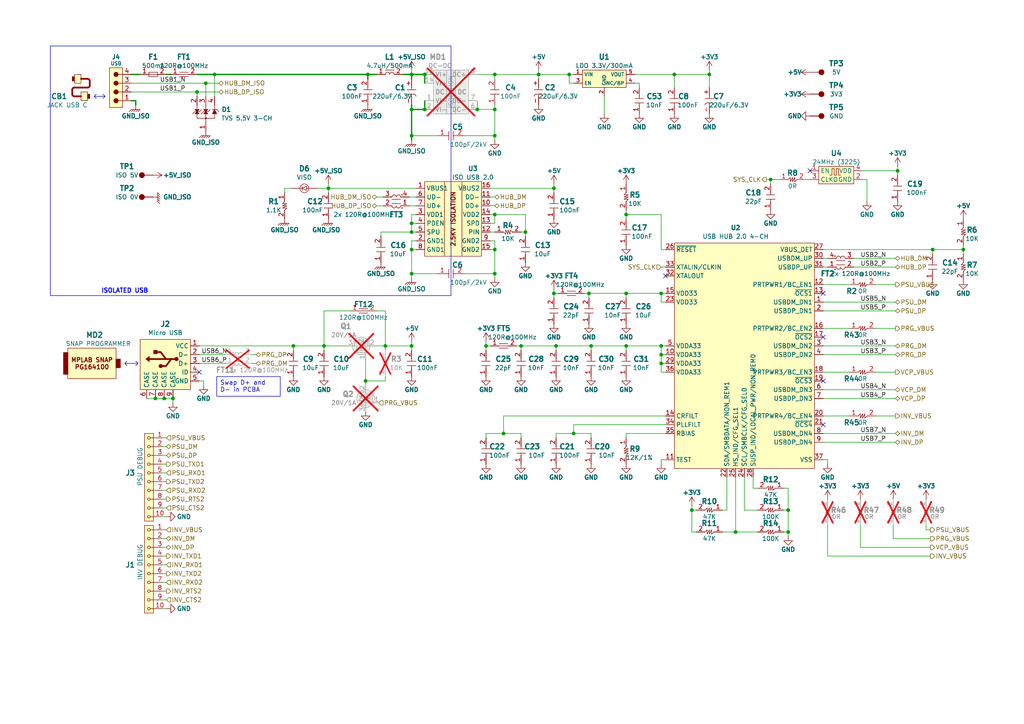
<source format=kicad_sch>
(kicad_sch (version 20231120) (generator "eeschema") (generator_version "8.0")
  (paper "A4")
  (title_block (title "PROGRAMMER & DEBUGGER") (date "2024-02-18") (rev "0.0") (company "TON DUC THANG UNIVERSITY") (comment 1 "Schematic Designed by ...") (comment 2 "PCB Designed by ...") (comment 3 "Approved by ..."))
  (junction (at 119.38 100.33))
  (junction (at 119.38 64.77))
  (junction (at 160.655 54.61))
  (junction (at 47.625 115.57))
  (junction (at 171.45 100.33))
  (junction (at 152.4 67.31))
  (junction (at 50.165 115.57))
  (junction (at 170.815 85.09))
  (junction (at 223.52 52.07))
  (junction (at 93.98 100.33))
  (junction (at 140.97 100.33))
  (junction (at 260.35 49.53))
  (junction (at 143.51 21.59))
  (junction (at 123.19 31.75))
  (junction (at 106.68 21.59))
  (junction (at 181.61 100.33))
  (junction (at 181.61 85.09))
  (junction (at 119.38 79.375))
  (junction (at 279.4 72.39))
  (junction (at 119.38 67.31))
  (junction (at 119.38 72.39))
  (junction (at 143.51 39.37))
  (junction (at 166.37 125.73))
  (junction (at 119.38 31.75))
  (junction (at 205.74 21.59))
  (junction (at 143.51 79.375))
  (junction (at 191.77 105.41))
  (junction (at 111.76 100.33))
  (junction (at 62.23 21.59))
  (junction (at 156.21 21.59))
  (junction (at 228.6 147.955))
  (junction (at 123.19 21.59))
  (junction (at 119.38 21.59))
  (junction (at 119.38 39.37))
  (junction (at 85.09 100.33))
  (junction (at 143.51 31.75))
  (junction (at 45.085 115.57))
  (junction (at 59.69 24.13))
  (junction (at 200.66 147.955))
  (junction (at 181.61 62.23))
  (junction (at 165.1 21.59))
  (junction (at 143.51 62.23))
  (junction (at 270.51 72.39))
  (junction (at 161.29 100.33))
  (junction (at 138.43 31.75))
  (junction (at 191.77 100.33))
  (junction (at 146.05 125.73))
  (junction (at 191.77 102.87))
  (junction (at 95.25 54.61))
  (junction (at 106.045 110.49))
  (junction (at 57.15 26.67))
  (junction (at 195.58 21.59))
  (junction (at 213.36 154.305))
  (junction (at 151.13 100.33))
  (junction (at 143.51 72.39))
  (junction (at 191.77 85.09))
  (junction (at 160.655 85.09))
  (junction (at 228.6 154.305))
  (no_connect (at 57.785 107.95))
  (no_connect (at 238.76 110.49))
  (no_connect (at 238.76 85.09))
  (no_connect (at 238.76 123.19))
  (no_connect (at 193.04 80.01))
  (no_connect (at 234.95 49.53))
  (no_connect (at 238.76 97.79))
  (wire (pts (xy 119.38 72.39) (xy 119.38 69.85)))
  (wire (pts (xy 269.875 156.21) (xy 259.08 156.21)))
  (wire (pts (xy 209.55 154.305) (xy 213.36 154.305)))
  (wire (pts (xy 46.99 139.7) (xy 48.26 139.7)))
  (wire (pts (xy 160.655 55.88) (xy 160.655 54.61)))
  (wire (pts (xy 218.44 141.605) (xy 218.44 138.43)))
  (wire (pts (xy 143.51 57.15) (xy 142.24 57.15)))
  (wire (pts (xy 161.29 125.73) (xy 166.37 125.73)))
  (wire (pts (xy 134.62 79.375) (xy 143.51 79.375)))
  (wire (pts (xy 238.76 128.27) (xy 259.715 128.27)))
  (wire (pts (xy 119.38 99.06) (xy 119.38 100.33)))
  (wire (pts (xy 143.51 39.37) (xy 143.51 40.64)))
  (wire (pts (xy 238.76 113.03) (xy 259.715 113.03)))
  (wire (pts (xy 57.15 21.59) (xy 62.23 21.59)) (stroke (width 0.381)))
  (wire (pts (xy 111.76 109.22) (xy 111.76 110.49)))
  (wire (pts (xy 215.9 138.43) (xy 215.9 147.955)))
  (wire (pts (xy 191.77 102.87) (xy 191.77 105.41)))
  (wire (pts (xy 48.26 158.75) (xy 46.99 158.75)))
  (wire (pts (xy 119.38 101.6) (xy 119.38 100.33)))
  (wire (pts (xy 119.38 67.31) (xy 119.38 64.77)))
  (wire (pts (xy 109.22 90.17) (xy 111.76 90.17)))
  (wire (pts (xy 93.98 90.17) (xy 93.98 100.33)))
  (wire (pts (xy 228.6 141.605) (xy 228.6 147.955)))
  (wire (pts (xy 119.38 22.86) (xy 119.38 21.59)) (stroke (width 0.381)))
  (wire (pts (xy 140.97 100.33) (xy 142.24 100.33)))
  (wire (pts (xy 181.61 100.33) (xy 191.77 100.33)))
  (wire (pts (xy 260.35 49.53) (xy 260.35 50.8)))
  (wire (pts (xy 151.13 100.33) (xy 151.13 101.6)))
  (wire (pts (xy 120.65 67.31) (xy 119.38 67.31)))
  (wire (pts (xy 191.77 62.23) (xy 181.61 62.23)))
  (wire (pts (xy 259.715 74.93) (xy 247.65 74.93)))
  (wire (pts (xy 152.4 67.31) (xy 152.4 62.23)))
  (wire (pts (xy 191.77 100.33) (xy 191.77 102.87)))
  (wire (pts (xy 200.66 147.955) (xy 200.66 154.305)))
  (wire (pts (xy 119.38 39.37) (xy 119.38 40.64)) (stroke (width 0.381)))
  (wire (pts (xy 181.61 86.36) (xy 181.61 85.09)))
  (wire (pts (xy 219.71 141.605) (xy 218.44 141.605)))
  (wire (pts (xy 65.405 102.87) (xy 57.785 102.87)))
  (polyline (pts (xy 27.305 27.94) (xy 27.94 27.305)))
  (wire (pts (xy 213.36 154.305) (xy 213.36 138.43)))
  (polyline (pts (xy 39.37 104.775) (xy 40.005 105.41)))
  (wire (pts (xy 138.43 21.59) (xy 143.51 21.59)))
  (wire (pts (xy 59.69 24.13) (xy 63.5 24.13)))
  (wire (pts (xy 238.76 100.33) (xy 259.715 100.33)))
  (polyline (pts (xy 36.195 105.41) (xy 36.83 104.775)))
  (wire (pts (xy 195.58 21.59) (xy 205.74 21.59)))
  (wire (pts (xy 166.37 24.13) (xy 165.1 24.13)))
  (polyline (pts (xy 29.845 27.305) (xy 30.48 27.94)))
  (wire (pts (xy 74.295 102.87) (xy 73.025 102.87)))
  (wire (pts (xy 170.815 85.09) (xy 181.61 85.09)))
  (wire (pts (xy 48.26 176.53) (xy 46.99 176.53)))
  (wire (pts (xy 116.84 21.59) (xy 119.38 21.59)) (stroke (width 0.381)))
  (wire (pts (xy 238.76 102.87) (xy 259.715 102.87)))
  (wire (pts (xy 45.085 115.57) (xy 47.625 115.57)))
  (wire (pts (xy 191.77 105.41) (xy 193.04 105.41)))
  (wire (pts (xy 111.125 57.15) (xy 109.22 57.15)))
  (wire (pts (xy 143.51 64.77) (xy 143.51 62.23)))
  (wire (pts (xy 195.58 21.59) (xy 195.58 25.4)))
  (polyline (pts (xy 27.305 27.94) (xy 27.94 28.575)))
  (wire (pts (xy 95.25 54.61) (xy 120.65 54.61)))
  (wire (pts (xy 223.52 52.07) (xy 226.06 52.07)))
  (wire (pts (xy 119.38 79.375) (xy 119.38 72.39)))
  (wire (pts (xy 39.37 29.21) (xy 38.1 29.21)) (stroke (width 0.381)))
  (wire (pts (xy 119.38 21.59) (xy 123.19 21.59)) (stroke (width 0.381)))
  (wire (pts (xy 251.46 52.07) (xy 250.19 52.07)))
  (wire (pts (xy 193.04 107.95) (xy 191.77 107.95)))
  (wire (pts (xy 259.715 77.47) (xy 247.65 77.47)))
  (wire (pts (xy 111.125 59.69) (xy 109.22 59.69)))
  (wire (pts (xy 156.21 20.32) (xy 156.21 21.59)))
  (wire (pts (xy 161.29 127) (xy 161.29 125.73)))
  (wire (pts (xy 46.99 129.54) (xy 48.26 129.54)))
  (wire (pts (xy 106.68 22.86) (xy 106.68 21.59)) (stroke (width 0.381)))
  (wire (pts (xy 166.37 125.73) (xy 171.45 125.73)))
  (wire (pts (xy 134.62 39.37) (xy 143.51 39.37)))
  (wire (pts (xy 240.03 74.93) (xy 238.76 74.93)))
  (wire (pts (xy 254 95.25) (xy 259.715 95.25)))
  (wire (pts (xy 46.99 142.24) (xy 48.26 142.24)))
  (wire (pts (xy 185.42 24.13) (xy 184.15 24.13)))
  (wire (pts (xy 57.785 110.49) (xy 59.055 110.49)))
  (wire (pts (xy 42.545 115.57) (xy 45.085 115.57)))
  (wire (pts (xy 110.49 67.31) (xy 119.38 67.31)))
  (wire (pts (xy 238.76 90.17) (xy 259.715 90.17)))
  (wire (pts (xy 160.655 85.09) (xy 161.925 85.09)))
  (wire (pts (xy 152.4 62.23) (xy 143.51 62.23)))
  (wire (pts (xy 146.05 120.65) (xy 146.05 125.73)))
  (wire (pts (xy 143.51 30.48) (xy 143.51 31.75)))
  (wire (pts (xy 92.075 54.61) (xy 95.25 54.61)))
  (wire (pts (xy 238.76 115.57) (xy 259.715 115.57)))
  (wire (pts (xy 260.35 48.26) (xy 260.35 49.53)))
  (wire (pts (xy 119.38 31.75) (xy 123.19 31.75)) (stroke (width 0.381)))
  (wire (pts (xy 48.26 153.67) (xy 46.99 153.67)))
  (wire (pts (xy 160.655 83.82) (xy 160.655 85.09)))
  (wire (pts (xy 160.655 53.34) (xy 160.655 54.61)))
  (wire (pts (xy 143.51 22.86) (xy 143.51 21.59)))
  (wire (pts (xy 140.97 125.73) (xy 140.97 127)))
  (wire (pts (xy 181.61 100.33) (xy 171.45 100.33)))
  (wire (pts (xy 254 82.55) (xy 259.715 82.55)))
  (wire (pts (xy 119.38 62.23) (xy 120.65 62.23)))
  (wire (pts (xy 138.43 29.21) (xy 138.43 31.75)))
  (wire (pts (xy 82.55 54.61) (xy 82.55 55.88)))
  (wire (pts (xy 169.545 85.09) (xy 170.815 85.09)))
  (wire (pts (xy 156.21 21.59) (xy 165.1 21.59)))
  (wire (pts (xy 191.77 77.47) (xy 193.04 77.47)))
  (wire (pts (xy 191.77 72.39) (xy 191.77 62.23)))
  (wire (pts (xy 48.26 171.45) (xy 46.99 171.45)))
  (wire (pts (xy 111.76 110.49) (xy 106.045 110.49)))
  (wire (pts (xy 95.25 54.61) (xy 95.25 55.88)))
  (wire (pts (xy 227.33 147.955) (xy 228.6 147.955)))
  (wire (pts (xy 185.42 25.4) (xy 185.42 24.13)))
  (wire (pts (xy 47.625 115.57) (xy 50.165 115.57)))
  (wire (pts (xy 143.51 67.31) (xy 142.24 67.31)))
  (wire (pts (xy 57.15 27.94) (xy 57.15 26.67)))
  (wire (pts (xy 181.61 101.6) (xy 181.61 100.33)))
  (wire (pts (xy 191.77 85.09) (xy 193.04 85.09)))
  (wire (pts (xy 143.51 72.39) (xy 143.51 69.85)))
  (wire (pts (xy 250.19 49.53) (xy 260.35 49.53)))
  (wire (pts (xy 269.875 153.67) (xy 268.605 153.67)))
  (wire (pts (xy 123.19 21.59) (xy 123.19 24.13)) (stroke (width 0.381)))
  (wire (pts (xy 57.785 100.33) (xy 85.09 100.33)))
  (polyline (pts (xy 27.305 27.94) (xy 30.48 27.94)))
  (wire (pts (xy 238.76 95.25) (xy 246.38 95.25)))
  (wire (pts (xy 119.38 64.77) (xy 119.38 62.23)))
  (wire (pts (xy 143.51 69.85) (xy 142.24 69.85)))
  (wire (pts (xy 238.76 72.39) (xy 270.51 72.39)))
  (wire (pts (xy 191.77 87.63) (xy 191.77 85.09)))
  (wire (pts (xy 39.37 30.48) (xy 39.37 29.21)) (stroke (width 0.381)))
  (wire (pts (xy 181.61 125.73) (xy 193.04 125.73)))
  (wire (pts (xy 146.05 120.65) (xy 193.04 120.65)))
  (wire (pts (xy 215.9 147.955) (xy 219.71 147.955)))
  (wire (pts (xy 191.77 72.39) (xy 193.04 72.39)))
  (wire (pts (xy 181.61 85.09) (xy 191.77 85.09)))
  (wire (pts (xy 46.99 134.62) (xy 48.26 134.62)))
  (wire (pts (xy 40.64 21.59) (xy 38.1 21.59)) (stroke (width 0.381)))
  (wire (pts (xy 93.98 100.33) (xy 100.965 100.33)))
  (wire (pts (xy 120.65 72.39) (xy 119.38 72.39)))
  (wire (pts (xy 119.38 39.37) (xy 127 39.37)))
  (wire (pts (xy 171.45 100.33) (xy 161.29 100.33)))
  (wire (pts (xy 238.76 107.95) (xy 246.38 107.95)))
  (wire (pts (xy 93.98 100.33) (xy 93.98 101.6)))
  (wire (pts (xy 254 107.95) (xy 259.715 107.95)))
  (polyline (pts (xy 36.195 105.41) (xy 40.005 105.41)))
  (wire (pts (xy 38.1 26.67) (xy 57.15 26.67)))
  (wire (pts (xy 240.03 152.4) (xy 240.03 161.29)))
  (wire (pts (xy 166.37 21.59) (xy 165.1 21.59)))
  (wire (pts (xy 140.97 100.33) (xy 140.97 101.6)))
  (wire (pts (xy 119.38 79.375) (xy 119.38 80.645)))
  (wire (pts (xy 142.24 72.39) (xy 143.51 72.39)))
  (wire (pts (xy 46.99 147.32) (xy 48.26 147.32)))
  (wire (pts (xy 184.15 21.59) (xy 195.58 21.59)))
  (wire (pts (xy 259.08 156.21) (xy 259.08 152.4)))
  (wire (pts (xy 222.25 52.07) (xy 223.52 52.07)))
  (wire (pts (xy 101.6 90.17) (xy 93.98 90.17)))
  (wire (pts (xy 160.655 54.61) (xy 142.24 54.61)))
  (wire (pts (xy 269.875 161.29) (xy 240.03 161.29)))
  (wire (pts (xy 119.38 30.48) (xy 119.38 31.75)) (stroke (width 0.381)))
  (wire (pts (xy 46.99 127) (xy 48.26 127)))
  (wire (pts (xy 48.26 163.83) (xy 46.99 163.83)))
  (wire (pts (xy 223.52 53.34) (xy 223.52 52.07)))
  (wire (pts (xy 251.46 58.42) (xy 251.46 52.07)))
  (wire (pts (xy 227.33 141.605) (xy 228.6 141.605)))
  (wire (pts (xy 165.1 24.13) (xy 165.1 21.59)))
  (wire (pts (xy 200.66 146.685) (xy 200.66 147.955)))
  (wire (pts (xy 119.38 64.77) (xy 120.65 64.77)))
  (wire (pts (xy 210.82 138.43) (xy 210.82 147.955)))
  (wire (pts (xy 143.51 39.37) (xy 143.51 31.75)))
  (wire (pts (xy 62.23 21.59) (xy 106.68 21.59)) (stroke (width 0.381)))
  (wire (pts (xy 127 79.375) (xy 119.38 79.375)))
  (wire (pts (xy 170.815 85.09) (xy 170.815 86.36)))
  (wire (pts (xy 62.23 21.59) (xy 62.23 27.94)))
  (wire (pts (xy 209.55 147.955) (xy 210.82 147.955)))
  (polyline (pts (xy 29.845 28.575) (xy 30.48 27.94)))
  (wire (pts (xy 156.21 22.86) (xy 156.21 21.59)))
  (wire (pts (xy 238.76 120.65) (xy 246.38 120.65)))
  (wire (pts (xy 142.24 62.23) (xy 143.51 62.23)))
  (wire (pts (xy 249.555 158.75) (xy 249.555 152.4)))
  (wire (pts (xy 74.295 105.41) (xy 73.025 105.41)))
  (wire (pts (xy 143.51 72.39) (xy 143.51 79.375)))
  (wire (pts (xy 138.43 31.75) (xy 143.51 31.75)))
  (wire (pts (xy 279.4 71.12) (xy 279.4 72.39)))
  (wire (pts (xy 146.05 125.73) (xy 151.13 125.73)))
  (wire (pts (xy 93.98 100.33) (xy 85.09 100.33)))
  (wire (pts (xy 238.76 82.55) (xy 246.38 82.55)))
  (wire (pts (xy 59.055 110.49) (xy 59.055 111.76)))
  (wire (pts (xy 161.29 100.33) (xy 151.13 100.33)))
  (wire (pts (xy 228.6 154.305) (xy 228.6 155.575)))
  (wire (pts (xy 175.26 27.94) (xy 175.26 33.02)))
  (wire (pts (xy 269.875 158.75) (xy 249.555 158.75)))
  (wire (pts (xy 181.61 125.73) (xy 181.61 127)))
  (wire (pts (xy 140.97 125.73) (xy 146.05 125.73)))
  (wire (pts (xy 119.38 39.37) (xy 119.38 31.75)) (stroke (width 0.381)))
  (wire (pts (xy 181.61 62.23) (xy 181.61 63.5)))
  (wire (pts (xy 149.86 100.33) (xy 151.13 100.33)))
  (wire (pts (xy 205.74 20.32) (xy 205.74 21.59)))
  (wire (pts (xy 123.19 29.21) (xy 123.19 31.75)) (stroke (width 0.381)))
  (wire (pts (xy 57.15 26.67) (xy 63.5 26.67)))
  (wire (pts (xy 46.99 137.16) (xy 48.26 137.16)))
  (wire (pts (xy 59.69 24.13) (xy 59.69 27.94)))
  (wire (pts (xy 118.745 59.69) (xy 120.65 59.69)))
  (wire (pts (xy 240.03 134.62) (xy 240.03 133.35)))
  (wire (pts (xy 151.13 127) (xy 151.13 125.73)))
  (wire (pts (xy 118.745 57.15) (xy 120.65 57.15)))
  (wire (pts (xy 119.38 69.85) (xy 120.65 69.85)))
  (wire (pts (xy 193.04 87.63) (xy 191.77 87.63)))
  (wire (pts (xy 143.51 21.59) (xy 156.21 21.59)))
  (wire (pts (xy 106.68 21.59) (xy 109.22 21.59)) (stroke (width 0.381)))
  (wire (pts (xy 160.655 85.09) (xy 160.655 86.36)))
  (wire (pts (xy 191.77 100.33) (xy 193.04 100.33)))
  (wire (pts (xy 279.4 72.39) (xy 279.4 73.66)))
  (wire (pts (xy 84.455 54.61) (xy 82.55 54.61)))
  (wire (pts (xy 238.76 87.63) (xy 259.715 87.63)))
  (wire (pts (xy 191.77 134.62) (xy 191.77 133.35)))
  (wire (pts (xy 240.03 133.35) (xy 238.76 133.35)))
  (wire (pts (xy 106.045 110.49) (xy 106.045 104.14)))
  (wire (pts (xy 191.77 133.35) (xy 193.04 133.35)))
  (wire (pts (xy 201.93 147.955) (xy 200.66 147.955)))
  (wire (pts (xy 111.76 100.33) (xy 111.76 101.6)))
  (wire (pts (xy 48.26 168.91) (xy 46.99 168.91)))
  (wire (pts (xy 46.99 132.08) (xy 48.26 132.08)))
  (wire (pts (xy 191.77 102.87) (xy 193.04 102.87)))
  (wire (pts (xy 119.38 20.32) (xy 119.38 21.59)))
  (wire (pts (xy 48.26 156.21) (xy 46.99 156.21)))
  (wire (pts (xy 140.97 99.06) (xy 140.97 100.33)))
  (wire (pts (xy 111.76 100.33) (xy 119.38 100.33)))
  (wire (pts (xy 151.13 67.31) (xy 152.4 67.31)))
  (wire (pts (xy 142.24 64.77) (xy 143.51 64.77)))
  (wire (pts (xy 48.26 161.29) (xy 46.99 161.29)))
  (wire (pts (xy 50.165 115.57) (xy 50.165 116.84)))
  (wire (pts (xy 270.51 72.39) (xy 270.51 73.66)))
  (wire (pts (xy 166.37 123.19) (xy 166.37 125.73)))
  (wire (pts (xy 268.605 153.67) (xy 268.605 152.4)))
  (wire (pts (xy 95.25 53.34) (xy 95.25 54.61)))
  (wire (pts (xy 48.26 166.37) (xy 46.99 166.37)))
  (wire (pts (xy 171.45 100.33) (xy 171.45 101.6)))
  (wire (pts (xy 254 120.65) (xy 259.715 120.65)))
  (wire (pts (xy 233.68 52.07) (xy 234.95 52.07)))
  (wire (pts (xy 108.585 100.33) (xy 111.76 100.33)))
  (wire (pts (xy 48.26 149.86) (xy 46.99 149.86)))
  (wire (pts (xy 65.405 105.41) (xy 57.785 105.41)))
  (wire (pts (xy 191.77 105.41) (xy 191.77 107.95)))
  (wire (pts (xy 270.51 72.39) (xy 279.4 72.39)))
  (wire (pts (xy 238.76 125.73) (xy 259.715 125.73)))
  (wire (pts (xy 171.45 125.73) (xy 171.45 127)))
  (wire (pts (xy 110.49 68.58) (xy 110.49 67.31)))
  (wire (pts (xy 227.33 154.305) (xy 228.6 154.305)))
  (wire (pts (xy 106.045 110.49) (xy 106.045 111.76)))
  (wire (pts (xy 219.71 154.305) (xy 213.36 154.305)))
  (wire (pts (xy 205.74 21.59) (xy 205.74 25.4)))
  (wire (pts (xy 143.51 79.375) (xy 143.51 80.645)))
  (wire (pts (xy 200.66 154.305) (xy 201.93 154.305)))
  (wire (pts (xy 181.61 60.96) (xy 181.61 62.23)))
  (wire (pts (xy 85.09 100.33) (xy 85.09 101.6)))
  (wire (pts (xy 152.4 68.58) (xy 152.4 67.31)))
  (polyline (pts (xy 36.195 105.41) (xy 36.83 106.045)))
  (wire (pts (xy 240.03 77.47) (xy 238.76 77.47)))
  (wire (pts (xy 111.76 90.17) (xy 111.76 100.33)))
  (wire (pts (xy 49.53 21.59) (xy 48.26 21.59)) (stroke (width 0.381)))
  (wire (pts (xy 193.04 123.19) (xy 166.37 123.19)))
  (wire (pts (xy 48.26 173.99) (xy 46.99 173.99)))
  (wire (pts (xy 161.29 100.33) (xy 161.29 101.6)))
  (wire (pts (xy 38.1 24.13) (xy 59.69 24.13)))
  (wire (pts (xy 46.99 144.78) (xy 48.26 144.78)))
  (wire (pts (xy 143.51 59.69) (xy 142.24 59.69)))
  (polyline (pts (xy 39.37 106.045) (xy 40.005 105.41)))
  (wire (pts (xy 228.6 147.955) (xy 228.6 154.305)))
  (rectangle (start 14.605 13.335) (end 130.81 85.725))
  (text_box "Swap D+ and D- in PCBA" (at 62.865 109.22 0) (size 18.415 5.715) (effects (font (size 1.27 1.27)) (justify left top)))
  (text "ISOLATED USB" (at 36.195 84.455 0) (effects (font (size 1.27 1.27) (thickness 0.254) (bold yes))))
  (label "USB7_N" (at 249.555 125.73 0))
  (label "USB4_N" (at 249.555 113.03 0))
  (label "USB6_P" (at 58.42 105.41 0))
  (label "USB5_N" (at 249.555 87.63 0))
  (label "USB2_N" (at 249.555 74.93 0))
  (label "USB3_P" (at 249.555 102.87 0))
  (label "USB1_P" (at 46.355 26.67 0))
  (label "USB2_P" (at 249.555 77.47 0))
  (label "USB1_N" (at 46.355 24.13 0))
  (label "USB6_N" (at 58.42 102.87 0))
  (label "USB4_P" (at 249.555 115.57 0))
  (label "USB7_P" (at 249.555 128.27 0))
  (label "USB5_P" (at 249.555 90.17 0))
  (label "USB3_N" (at 249.555 100.33 0))
  (hierarchical_label "PSU_CTS2" (shape input) (at 48.26 147.32 0))
  (hierarchical_label "INV_DP" (shape bidirectional) (at 259.715 128.27 0))
  (hierarchical_label "PSU_DM" (shape bidirectional) (at 48.26 129.54 0))
  (hierarchical_label "SYS_CLK" (shape output) (at 222.25 52.07 180))
  (hierarchical_label "PSU_VBUS" (shape input) (at 48.26 127 0))
  (hierarchical_label "PRG_VBUS" (shape input) (at 109.855 116.84 0))
  (hierarchical_label "PRG_VBUS" (shape output) (at 269.875 156.21 0))
  (hierarchical_label "INV_RTS2" (shape output) (at 48.26 171.45 0))
  (hierarchical_label "HUB_DP" (shape bidirectional) (at 259.715 77.47 0))
  (hierarchical_label "HUB_DP_ISO" (shape bidirectional) (at 109.22 59.69 180))
  (hierarchical_label "VCP_DM" (shape bidirectional) (at 259.715 113.03 0))
  (hierarchical_label "VCP_VBUS" (shape output) (at 269.875 158.75 0))
  (hierarchical_label "INV_DM" (shape bidirectional) (at 48.26 156.21 0))
  (hierarchical_label "PSU_DP" (shape bidirectional) (at 48.26 132.08 0))
  (hierarchical_label "INV_DM" (shape bidirectional) (at 259.715 125.73 0))
  (hierarchical_label "PRG_DM" (shape bidirectional) (at 74.295 105.41 0))
  (hierarchical_label "PSU_VBUS" (shape output) (at 269.875 153.67 0))
  (hierarchical_label "VCP_VBUS" (shape output) (at 259.715 107.95 0))
  (hierarchical_label "INV_RXD2" (shape input) (at 48.26 168.91 0))
  (hierarchical_label "PSU_DP" (shape bidirectional) (at 259.715 90.17 0))
  (hierarchical_label "PSU_RTS2" (shape output) (at 48.26 144.78 0))
  (hierarchical_label "HUB_DM" (shape bidirectional) (at 259.715 74.93 0))
  (hierarchical_label "INV_CTS2" (shape input) (at 48.26 173.99 0))
  (hierarchical_label "PRG_DM" (shape bidirectional) (at 259.715 100.33 0))
  (hierarchical_label "HUB_DM_ISO" (shape bidirectional) (at 109.22 57.15 180))
  (hierarchical_label "PSU_DM" (shape bidirectional) (at 259.715 87.63 0))
  (hierarchical_label "HUB_DM" (shape bidirectional) (at 143.51 57.15 0))
  (hierarchical_label "VCP_DP" (shape bidirectional) (at 259.715 115.57 0))
  (hierarchical_label "INV_VBUS" (shape output) (at 259.715 120.65 0))
  (hierarchical_label "INV_VBUS" (shape input) (at 48.26 153.67 0))
  (hierarchical_label "INV_RXD1" (shape input) (at 48.26 163.83 0))
  (hierarchical_label "HUB_DM_ISO" (shape bidirectional) (at 63.5 24.13 0))
  (hierarchical_label "PSU_TXD1" (shape output) (at 48.26 134.62 0))
  (hierarchical_label "INV_TXD1" (shape output) (at 48.26 161.29 0))
  (hierarchical_label "PSU_VBUS" (shape output) (at 259.715 82.55 0))
  (hierarchical_label "PSU_TXD2" (shape output) (at 48.26 139.7 0))
  (hierarchical_label "PRG_DP" (shape bidirectional) (at 259.715 102.87 0))
  (hierarchical_label "PRG_DP" (shape bidirectional) (at 74.295 102.87 0))
  (hierarchical_label "INV_TXD2" (shape output) (at 48.26 166.37 0))
  (hierarchical_label "SYS_CLK" (shape input) (at 191.77 77.47 180))
  (hierarchical_label "INV_DP" (shape bidirectional) (at 48.26 158.75 0))
  (hierarchical_label "HUB_DP_ISO" (shape bidirectional) (at 63.5 26.67 0))
  (hierarchical_label "PSU_RXD2" (shape input) (at 48.26 142.24 0))
  (hierarchical_label "PRG_VBUS" (shape output) (at 259.715 95.25 0))
  (hierarchical_label "INV_VBUS" (shape output) (at 269.875 161.29 0))
  (hierarchical_label "PSU_RXD1" (shape input) (at 48.26 137.16 0))
  (hierarchical_label "HUB_DP" (shape bidirectional) (at 143.51 59.69 0))
  (symbol (lib_id "SAMPI:RES") (at 248.92 92.71 0) (unit 1)
    (property "Reference" "R43" (at 247.015 97.155 0) (effects (font (size 1.5 1.5) (bold yes))))
    (property "Value" "0R" (at 250.19 97.155 0))
    (property "Footprint" "SAMPI:RES0603" (effects (hide yes)))
    (property "Description" "RES 0 OHM JUMPER 1/10W 0603" (effects (hide yes)))
    (property "Unit Price" "0.015" (effects (hide yes)))
    (property "MNP" "RC0603JR-070RL" (effects (hide yes)))
    (property "MFT" "YAGEO" (effects (hide yes)))
    (property "Checked" "OK" (effects (hide yes)))
  )
  (symbol (lib_id "SAM1:GND_ISO") (at 110.49 85.09 0) (unit 1)
    (property "Reference" "#PWR010" (effects (hide yes)))
    (property "Value" "GND_ISO" (at 110.49 79.375 0) (effects (font (bold yes))))
  )
  (symbol (lib_id "SAMPI:CERCAP") (at 153.67 132.08 270) (mirror x) (unit 1)
    (property "Reference" "C23" (at 156.845 129.54 90) (effects (font (size 1.5 1.5) (bold yes)) (justify right)))
    (property "Value" "10nF" (at 158.115 132.08 90) (effects (justify right)))
    (property "Footprint" "SAMPI:CAP0603" (effects (hide yes)))
    (property "Description" "CAP CER 10000PF 50V X7R 0603" (effects (hide yes)))
    (property "MNP" "CC0603KRX7R9BB103" (effects (hide yes)))
    (property "Unit Price" "0.0146" (effects (hide yes)))
    (property "MFT" "YAGEO" (effects (hide yes)))
    (property "Checked" "OK" (effects (hide yes)))
  )
  (symbol (lib_id "power:GND") (at 170.815 93.98 0) (unit 1)
    (property "Reference" "#PWR050" (effects (hide yes)))
    (property "Value" "GND" (at 170.815 97.79 0) (effects (font (bold yes))))
  )
  (symbol (lib_id "power:GND") (at 48.26 149.86 90) (unit 1)
    (property "Reference" "#PWR06" (effects (hide yes)))
    (property "Value" "GND" (at 53.34 149.86 90) (effects (font (bold yes))))
  )
  (symbol (lib_id "power:GND") (at 171.45 109.22 0) (unit 1)
    (property "Reference" "#PWR055" (effects (hide yes)))
    (property "Value" "GND" (at 171.45 113.03 0) (effects (font (bold yes))))
  )
  (symbol (lib_id "SAMPI:RES") (at 237.49 149.86 90) (unit 1) (dnp yes)
    (property "Reference" "R46" (at 243.205 147.955 90) (effects (font (size 1.5 1.5) (bold yes))))
    (property "Value" "0R" (at 242.57 149.86 90))
    (property "Footprint" "SAMPI:RES0603" (effects (hide yes)))
    (property "Description" "RES 0 OHM JUMPER 1/10W 0603" (effects (hide yes)))
    (property "Unit Price" "0.015" (effects (hide yes)))
    (property "MNP" "RC0603JR-070RL" (effects (hide yes)))
    (property "MFT" "YAGEO" (effects (hide yes)))
    (property "Checked" "OK" (effects (hide yes)))
  )
  (symbol (lib_id "power:GND") (at 140.97 109.22 0) (unit 1)
    (property "Reference" "#PWR052" (effects (hide yes)))
    (property "Value" "GND" (at 140.97 113.03 0) (effects (font (bold yes))))
  )
  (symbol (lib_id "SAMPI:CERCAP") (at 182.88 30.48 90) (unit 1)
    (property "Reference" "C53" (at 187.325 27.94 90) (effects (font (size 1.5 1.5) (bold yes)) (justify right)))
    (property "Value" "10nF" (at 187.325 30.48 90) (effects (justify right)))
    (property "Footprint" "SAMPI:CAP0603" (effects (hide yes)))
    (property "Description" "CAP CER 10000PF 50V X7R 0603" (effects (hide yes)))
    (property "MNP" "CC0603KRX7R9BB103" (effects (hide yes)))
    (property "Unit Price" "0.012" (effects (hide yes)))
    (property "MFT" "YAGEO" (effects (hide yes)))
    (property "Checked" "OK" (effects (hide yes)))
  )
  (symbol (lib_id "SAMPI:SNAP-PG164100") (at 26.67 113.03 180) (unit 1) (on_board no)
    (property "Reference" "MD2" (at 24.765 97.155 0) (effects (font (size 1.524 1.524) (bold yes)) (justify right)))
    (property "Value" "SNAP PROGRAMMER" (at 19.05 99.695 0) (effects (justify right)))
    (property "Description" "MPLAB SNAP DEBUGGER" (effects (hide yes)))
    (property "Checked" "OK" (effects (hide yes)))
    (property "MFT" "MCHP" (effects (hide yes)))
    (property "MNP" "PG164100" (effects (hide yes)))
  )
  (symbol (lib_id "SAMPI:CERCAP") (at 143.51 132.08 270) (mirror x) (unit 1)
    (property "Reference" "C22" (at 146.685 129.54 90) (effects (font (size 1.5 1.5) (bold yes)) (justify right)))
    (property "Value" "100nF" (at 147.955 132.08 90) (effects (justify right)))
    (property "Footprint" "SAMPI:CAP0603" (effects (hide yes)))
    (property "Description" "CAP CER 0.1UF 50V X7R 0603" (effects (hide yes)))
    (property "MNP" "CL10B104KB8NNNC" (effects (hide yes)))
    (property "Unit Price" "0.0146" (effects (hide yes)))
    (property "MFT" "Samsung" (effects (hide yes)))
    (property "Checked" "OK" (effects (hide yes)))
  )
  (symbol (lib_id "SAMPI:TESTPOINT") (at 41.91 50.8 90) (unit 1) (in_bom no)
    (property "Reference" "TP1" (at 36.83 48.26 90) (effects (font (size 1.5 1.5) (bold yes))))
    (property "Value" "ISO 5V" (at 36.83 50.8 90))
    (property "Footprint" "SAMPI:TP1MM" (effects (hide yes)))
  )
  (symbol (lib_id "SAMPI:CERCAP") (at 104.14 27.94 90) (unit 1)
    (property "Reference" "C3" (at 100.33 25.4 90) (effects (font (size 1.5 1.5) (bold yes)) (justify right)))
    (property "Value" "100nF" (at 99.06 27.94 90) (effects (justify right)))
    (property "Footprint" "SAMPI:CAP0603" (effects (hide yes)))
    (property "Description" "CAP CER 0.1UF 50V X7R 0603" (effects (hide yes)))
    (property "MNP" "CL10B104KB8NNNC" (effects (hide yes)))
    (property "Unit Price" "0.0146" (effects (hide yes)))
    (property "MFT" "Samsung" (effects (hide yes)))
    (property "Checked" "OK" (effects (hide yes)))
  )
  (symbol (lib_id "SAMPI:CERCAP") (at 198.12 30.48 270) (mirror x) (unit 1)
    (property "Reference" "C8" (at 200.025 27.94 90) (effects (font (size 1.5 1.5) (bold yes)) (justify right)))
    (property "Value" "100nF" (at 202.565 30.48 90) (effects (justify right)))
    (property "Footprint" "SAMPI:CAP0603" (effects (hide yes)))
    (property "Description" "CAP CER 0.1UF 50V X7R 0603" (effects (hide yes)))
    (property "MNP" "CL10B104KB8NNNC" (effects (hide yes)))
    (property "Unit Price" "0.0146" (effects (hide yes)))
    (property "MFT" "Samsung" (effects (hide yes)))
    (property "Checked" "OK" (effects (hide yes)))
  )
  (symbol (lib_id "SAMPI:CERCAP") (at 179.07 91.44 90) (unit 1)
    (property "Reference" "C26" (at 184.15 88.8999 90) (effects (font (size 1.5 1.5) (bold yes)) (justify right)))
    (property "Value" "10uF" (at 184.15 91.4399 90) (effects (justify right)))
    (property "Footprint" "SAMPI:CAP0603" (effects (hide yes)))
    (property "Description" "CAP CER 10UF 6.3V X5R 0603" (effects (hide yes)))
    (property "MNP" "CL10A106MQ8NNNC" (effects (hide yes)))
    (property "Unit Price" "0.079" (effects (hide yes)))
    (property "MFT" "Samsung" (effects (hide yes)))
    (property "Checked" "OK" (effects (hide yes)))
  )
  (symbol (lib_id "SAMPI:CERCAP") (at 226.06 58.42 270) (mirror x) (unit 1)
    (property "Reference" "C18" (at 220.98 55.8799 90) (effects (font (size 1.5 1.5) (bold yes)) (justify right)))
    (property "Value" "22pF" (at 220.98 58.4199 90) (effects (justify right)))
    (property "Footprint" "SAMPI:CAP0603" (effects (hide yes)))
    (property "Description" "CAP CER 22PF 50V C0G/NP0 0603" (effects (hide yes)))
    (property "MNP" "0603N220J500CT" (effects (hide yes)))
    (property "Unit Price" "0.012" (effects (hide yes)))
    (property "MFT" "Walsin" (effects (hide yes)))
    (property "Checked" "OK" (effects (hide yes)))
  )
  (symbol (lib_id "SAM1:GND_ISO") (at 53.34 57.15 90) (unit 1)
    (property "Reference" "#PWR032" (effects (hide yes)))
    (property "Value" "GND_ISO" (at 51.435 57.15 90) (effects (font (bold yes))))
  )
  (symbol (lib_id "SAMPI:CERCAP") (at 163.195 60.96 270) (mirror x) (unit 1)
    (property "Reference" "C15" (at 167.005 58.42 90) (effects (font (size 1.5 1.5) (bold yes)) (justify right)))
    (property "Value" "100nF" (at 168.275 60.96 90) (effects (justify right)))
    (property "Footprint" "SAMPI:CAP0603" (effects (hide yes)))
    (property "Description" "CAP CER 0.1UF 50V X7R 0603" (effects (hide yes)))
    (property "MNP" "CL10B104KB8NNNC" (effects (hide yes)))
    (property "Unit Price" "0.0146" (effects (hide yes)))
    (property "MFT" "Samsung" (effects (hide yes)))
    (property "Checked" "OK" (effects (hide yes)))
  )
  (symbol (lib_id "power:GND") (at 205.74 33.02 0) (unit 1)
    (property "Reference" "#PWR015" (effects (hide yes)))
    (property "Value" "GND" (at 205.74 36.83 0) (effects (font (bold yes))))
  )
  (symbol (lib_id "SAMPI:RES") (at 224.79 156.845 180) (unit 1)
    (property "Reference" "R14" (at 223.52 151.765 0) (effects (font (size 1.5 1.5) (bold yes))))
    (property "Value" "100K" (at 223.52 156.21 0))
    (property "Footprint" "SAMPI:RES0603" (effects (hide yes)))
    (property "Description" "RES 100K OHM 1% 1/10W 0603" (effects (hide yes)))
    (property "Unit Price" "0.019" (effects (hide yes)))
    (property "MNP" "RC0603FR-07100KL" (effects (hide yes)))
    (property "MFT" "YAGEO" (effects (hide yes)))
    (property "Checked" "OK" (effects (hide yes)))
  )
  (symbol (lib_id "SAMPI:CERCAP") (at 121.92 106.68 270) (mirror x) (unit 1)
    (property "Reference" "C11" (at 125.73 104.14 90) (effects (font (size 1.5 1.5) (bold yes)) (justify right)))
    (property "Value" "100nF" (at 127 106.68 90) (effects (justify right)))
    (property "Footprint" "SAMPI:CAP0603" (effects (hide yes)))
    (property "Description" "CAP CER 0.1UF 50V X7R 0603" (effects (hide yes)))
    (property "MNP" "CL10B104KB8NNNC" (effects (hide yes)))
    (property "Unit Price" "0.0146" (effects (hide yes)))
    (property "MFT" "Samsung" (effects (hide yes)))
    (property "Checked" "OK" (effects (hide yes)))
  )
  (symbol (lib_id "power:+3V3") (at 181.61 53.34 0) (unit 1)
    (property "Reference" "#PWR035" (effects (hide yes)))
    (property "Value" "+3V3" (at 181.61 49.53 0) (effects (font (bold yes))))
  )
  (symbol (lib_id "SAMPI:CERCAP") (at 267.97 78.74 90) (unit 1)
    (property "Reference" "C14" (at 273.05 76.1999 90) (effects (font (size 1.5 1.5) (bold yes)) (justify right)))
    (property "Value" "22pF" (at 273.05 78.7399 90) (effects (justify right)))
    (property "Footprint" "SAMPI:CAP0603" (effects (hide yes)))
    (property "Description" "CAP CER 22PF 50V C0G/NP0 0603" (effects (hide yes)))
    (property "MNP" "0603N220J500CT" (effects (hide yes)))
    (property "Unit Price" "0.012" (effects (hide yes)))
    (property "MFT" "Walsin" (effects (hide yes)))
    (property "Checked" "OK" (effects (hide yes)))
  )
  (symbol (lib_id "SAMPI:CERCAP") (at 92.71 60.96 90) (unit 1)
    (property "Reference" "C12" (at 88.9 58.42 90) (effects (font (size 1.5 1.5) (bold yes)) (justify right)))
    (property "Value" "100nF" (at 87.63 60.96 90) (effects (justify right)))
    (property "Footprint" "SAMPI:CAP0603" (effects (hide yes)))
    (property "Description" "CAP CER 0.1UF 50V X7R 0603" (effects (hide yes)))
    (property "MNP" "CL10B104KB8NNNC" (effects (hide yes)))
    (property "Unit Price" "0.0146" (effects (hide yes)))
    (property "MFT" "Samsung" (effects (hide yes)))
    (property "Checked" "OK" (effects (hide yes)))
  )
  (symbol (lib_id "SAMPI:RES") (at 224.79 150.495 180) (unit 1)
    (property "Reference" "R13" (at 223.52 145.415 0) (effects (font (size 1.5 1.5) (bold yes))))
    (property "Value" "100K" (at 223.52 149.86 0))
    (property "Footprint" "SAMPI:RES0603" (effects (hide yes)))
    (property "Description" "RES 100K OHM 1% 1/10W 0603" (effects (hide yes)))
    (property "Unit Price" "0.019" (effects (hide yes)))
    (property "MNP" "RC0603FR-07100KL" (effects (hide yes)))
    (property "MFT" "YAGEO" (effects (hide yes)))
    (property "Checked" "OK" (effects (hide yes)))
  )
  (symbol (lib_id "SAMPI:CERCAP") (at 262.89 55.88 270) (mirror x) (unit 1)
    (property "Reference" "C19" (at 262.89 53.3399 90) (effects (font (size 1.5 1.5) (bold yes)) (justify left)))
    (property "Value" "100nF" (at 262.89 55.8799 90) (effects (justify left)))
    (property "Footprint" "SAMPI:CAP0603" (effects (hide yes)))
    (property "Description" "CAP CER 0.1UF 50V X7R 0603" (effects (hide yes)))
    (property "MNP" "CL10B104KB8NNNC" (effects (hide yes)))
    (property "Unit Price" "0.0146" (effects (hide yes)))
    (property "MFT" "Samsung" (effects (hide yes)))
    (property "Checked" "OK" (effects (hide yes)))
  )
  (symbol (lib_id "power:GND") (at 161.29 109.22 0) (unit 1)
    (property "Reference" "#PWR054" (effects (hide yes)))
    (property "Value" "GND" (at 161.29 113.03 0) (effects (font (bold yes))))
  )
  (symbol (lib_id "SAMPI:RES") (at 248.92 80.01 0) (unit 1)
    (property "Reference" "R2" (at 247.015 84.455 0) (effects (font (size 1.5 1.5) (bold yes))))
    (property "Value" "0R" (at 250.19 84.455 0))
    (property "Footprint" "SAMPI:RES0603" (effects (hide yes)))
    (property "Description" "RES 0 OHM JUMPER 1/10W 0603" (effects (hide yes)))
    (property "Unit Price" "0.015" (effects (hide yes)))
    (property "MNP" "RC0603JR-070RL" (effects (hide yes)))
    (property "MFT" "YAGEO" (effects (hide yes)))
    (property "Checked" "OK" (effects (hide yes)))
  )
  (symbol (lib_id "power:GND") (at 185.42 33.02 0) (unit 1)
    (property "Reference" "#PWR098" (effects (hide yes)))
    (property "Value" "GND" (at 185.42 36.83 0) (effects (font (bold yes))))
  )
  (symbol (lib_id "SAMPI:RES") (at 109.22 104.14 90) (mirror x) (unit 1) (in_bom no) (dnp yes)
    (property "Reference" "R3" (at 114.935 104.14 90) (effects (font (size 1.5 1.5) (bold yes))))
    (property "Value" "10K" (at 114.935 106.68 90))
    (property "Footprint" "SAMPI:RES0603" (effects (hide yes)))
    (property "Description" "RES 10K OHM 1% 1/10W 0603" (effects (hide yes)))
    (property "Unit Price" "0.019" (effects (hide yes)))
    (property "MNP" "RC0603FR-0710KL" (effects (hide yes)))
    (property "MFT" "YAGEO" (effects (hide yes)))
    (property "Checked" "OK" (effects (hide yes)))
  )
  (symbol (lib_id "SAMPI:RES") (at 276.86 76.2 90) (mirror x) (unit 1)
    (property "Reference" "R7" (at 281.94 76.835 90) (effects (font (size 1.5 1.5) (bold yes))))
    (property "Value" "10K" (at 281.94 79.375 90))
    (property "Footprint" "SAMPI:RES0603" (effects (hide yes)))
    (property "Description" "RES 10K OHM 1% 1/10W 0603" (effects (hide yes)))
    (property "Unit Price" "0.019" (effects (hide yes)))
    (property "MNP" "RC0603FR-0710KL" (effects (hide yes)))
    (property "MFT" "YAGEO" (effects (hide yes)))
    (property "Checked" "OK" (effects (hide yes)))
  )
  (symbol (lib_id "power:GND") (at 140.97 134.62 0) (unit 1)
    (property "Reference" "#PWR045" (effects (hide yes)))
    (property "Value" "GND" (at 140.97 138.43 0) (effects (font (bold yes))))
  )
  (symbol (lib_id "SAMPI:CERCAP") (at 129.54 36.83 0) (unit 1)
    (property "Reference" "C5" (at 132.715 36.83 0) (effects (font (size 1.5 1.5) (bold yes))))
    (property "Value" "100pF/2kV" (at 135.89 41.91 0))
    (property "Footprint" "SAMPI:CAP1206" (effects (hide yes)))
    (property "Description" "CAP CER 100PF 2000V X7R 1206" (effects (hide yes)))
    (property "MNP" "885342208022" (effects (hide yes)))
    (property "MFT" "WE" (effects (hide yes)))
    (property "Unit Price" "0.19" (effects (hide yes)))
    (property "Checked" "OK" (effects (hide yes)))
  )
  (symbol (lib_id "power:GND") (at 195.58 33.02 0) (unit 1)
    (property "Reference" "#PWR016" (effects (hide yes)))
    (property "Value" "GND" (at 195.58 36.83 0) (effects (font (bold yes))))
  )
  (symbol (lib_id "SAMPI:RES") (at 247.015 149.86 90) (unit 1) (dnp yes)
    (property "Reference" "R47" (at 252.73 147.955 90) (effects (font (size 1.5 1.5) (bold yes))))
    (property "Value" "0R" (at 252.095 149.86 90))
    (property "Footprint" "SAMPI:RES0603" (effects (hide yes)))
    (property "Description" "RES 0 OHM JUMPER 1/10W 0603" (effects (hide yes)))
    (property "Unit Price" "0.015" (effects (hide yes)))
    (property "MNP" "RC0603JR-070RL" (effects (hide yes)))
    (property "MFT" "YAGEO" (effects (hide yes)))
    (property "Checked" "OK" (effects (hide yes)))
  )
  (symbol (lib_id "SAMPI:RES") (at 179.07 55.88 90) (mirror x) (unit 1)
    (property "Reference" "R5" (at 184.15 56.515 90) (effects (font (size 1.5 1.5) (bold yes))))
    (property "Value" "10K" (at 184.15 59.055 90))
    (property "Footprint" "SAMPI:RES0603" (effects (hide yes)))
    (property "Description" "RES 10K OHM 1% 1/10W 0603" (effects (hide yes)))
    (property "Unit Price" "0.019" (effects (hide yes)))
    (property "MNP" "RC0603FR-0710KL" (effects (hide yes)))
    (property "MFT" "YAGEO" (effects (hide yes)))
    (property "Checked" "OK" (effects (hide yes)))
  )
  (symbol (lib_id "SAMPI:FET_N-CH") (at 109.855 111.76 0) (mirror y) (unit 1) (in_bom no) (dnp yes)
    (property "Reference" "Q2" (at 100.965 114.3 0) (effects (font (size 1.5 1.5) (bold yes))))
    (property "Value" "20V/1A" (at 99.695 116.84 0))
    (property "Footprint" "SAMPI:SOT23" (effects (hide yes)))
    (property "Description" "MOSFET N-CH 20 V 1.6A SOT-23-3" (effects (hide yes)))
    (property "MNP" "DMN2310U-7" (effects (hide yes)))
    (property "Unit Price" "0.148" (effects (hide yes)))
    (property "MFT" "Diodes" (effects (hide yes)))
    (property "Checked" "OK" (effects (hide yes)))
  )
  (symbol (lib_id "SAMPI:RES") (at 224.79 144.145 180) (unit 1)
    (property "Reference" "R12" (at 223.52 139.065 0) (effects (font (size 1.5 1.5) (bold yes))))
    (property "Value" "47K" (at 223.52 143.51 0))
    (property "Footprint" "SAMPI:RES0603" (effects (hide yes)))
    (property "Description" "RES 47K OHM 1% 1/10W 0603" (effects (hide yes)))
    (property "Unit Price" "0.019" (effects (hide yes)))
    (property "MNP" "RC0603FR-0747KL" (effects (hide yes)))
    (property "MFT" "YAGEO" (effects (hide yes)))
    (property "Checked" "OK" (effects (hide yes)))
  )
  (symbol (lib_id "power:+3V3") (at 249.555 144.78 0) (unit 1)
    (property "Reference" "#PWR0105" (effects (hide yes)))
    (property "Value" "+3V3" (at 249.555 140.97 0) (effects (font (bold yes))))
  )
  (symbol (lib_id "SAMPI:USB2514B") (at 195.58 64.77 0) (unit 1)
    (property "Reference" "U2" (at 213.36 66.04 0) (effects (font (size 1.3 1.3) (bold yes))))
    (property "Value" "USB HUB 2.0 4-CH" (at 213.36 68.58 0))
    (property "Footprint" "SAMPI:SQFN36_6x6_MCHP" (effects (hide yes)))
    (property "Description" "IC HUB CTLR 4PORT USB 2.0 HS 36S" (effects (hide yes)))
    (property "MNP" "USB2514B/M2" (effects (hide yes)))
    (property "MFT" "MCHP" (effects (hide yes)))
    (property "Checked" "OK" (effects (hide yes)))
  )
  (symbol (lib_id "SAMPI:TESTPOINT") (at 41.91 57.15 90) (unit 1) (in_bom no)
    (property "Reference" "TP2" (at 36.83 54.61 90) (effects (font (size 1.5 1.5) (bold yes))))
    (property "Value" "ISO 0V" (at 36.83 57.15 90))
    (property "Footprint" "SAMPI:TP1MM" (effects (hide yes)))
  )
  (symbol (lib_id "power:+3V3") (at 240.03 144.78 0) (unit 1)
    (property "Reference" "#PWR0104" (effects (hide yes)))
    (property "Value" "+3V3" (at 240.03 140.97 0) (effects (font (bold yes))))
  )
  (symbol (lib_id "SAMPI:RES") (at 266.065 149.86 90) (unit 1) (dnp yes)
    (property "Reference" "R49" (at 271.78 147.955 90) (effects (font (size 1.5 1.5) (bold yes))))
    (property "Value" "0R" (at 271.145 149.86 90))
    (property "Footprint" "SAMPI:RES0603" (effects (hide yes)))
    (property "Description" "RES 0 OHM JUMPER 1/10W 0603" (effects (hide yes)))
    (property "Unit Price" "0.015" (effects (hide yes)))
    (property "MNP" "RC0603JR-070RL" (effects (hide yes)))
    (property "MFT" "YAGEO" (effects (hide yes)))
    (property "Checked" "OK" (effects (hide yes)))
  )
  (symbol (lib_id "SAMPI:CERCAP") (at 179.07 106.68 90) (unit 1)
    (property "Reference" "C31" (at 183.515 104.1399 90) (effects (font (size 1.5 1.5) (bold yes)) (justify right)))
    (property "Value" "10nF" (at 183.515 106.6799 90) (effects (justify right)))
    (property "Footprint" "SAMPI:CAP0603" (effects (hide yes)))
    (property "Description" "CAP CER 10000PF 50V X7R 0603" (effects (hide yes)))
    (property "MNP" "CC0603KRX7R9BB103" (effects (hide yes)))
    (property "Unit Price" "0.012" (effects (hide yes)))
    (property "MFT" "YAGEO" (effects (hide yes)))
    (property "Checked" "OK" (effects (hide yes)))
  )
  (symbol (lib_id "power:GND") (at 106.045 119.38 0) (unit 1)
    (property "Reference" "#PWR021" (effects (hide yes)))
    (property "Value" "GND" (at 106.045 123.19 0) (effects (font (bold yes))))
  )
  (symbol (lib_id "SAMPI:OSC") (at 247.65 44.45 0) (mirror y) (unit 1)
    (property "Reference" "U4" (at 242.57 44.45 0) (effects (font (size 1.5 1.5) (bold yes))))
    (property "Value" "24MHz (3225)" (at 242.57 46.99 0))
    (property "Footprint" "SAMPI:CDFN3225-4LD-PL-1" (effects (hide yes)))
    (property "Description" "MEMS OSC XO 24.0000MHZ CMOS SMD" (effects (hide yes)))
    (property "MNP" "DSC1001CE1-024.0000" (effects (hide yes)))
    (property "Unit Price" "1.15" (effects (hide yes)))
    (property "MFT" "MCHP" (effects (hide yes)))
    (property "Checked" "OK" (effects (hide yes)))
  )
  (symbol (lib_id "SAMPI:TESTPOINT") (at 237.49 33.655 270) (mirror x) (unit 1) (in_bom no)
    (property "Reference" "TP5" (at 242.57 31.115 90) (effects (font (size 1.5 1.5) (bold yes))))
    (property "Value" "GND" (at 242.57 33.655 90))
    (property "Footprint" "SAMPI:TP1MM" (effects (hide yes)))
  )
  (symbol (lib_id "SAMPI:DC-DC_B05xxMT-1WR4") (at 125.73 16.51 0) (unit 1) (in_bom no) (dnp yes)
    (property "Reference" "MD1" (at 127 16.51 0) (effects (font (size 1.5 1.5) (bold yes))))
    (property "Value" "DC-DC" (at 127.635 19.05 0))
    (property "Footprint" "SAMPI:B0505MT-1WR4" (effects (hide yes)))
    (property "Description" "DC DC CONVERTER 5V 1W" (effects (hide yes)))
    (property "MFT" "Mornsun" (effects (hide yes)))
    (property "MNP" "B0505MT-1WR4" (effects (hide yes)))
    (property "Checked" "OK" (effects (hide yes)))
  )
  (symbol (lib_id "power:GND") (at 260.35 58.42 0) (unit 1)
    (property "Reference" "#PWR039" (effects (hide yes)))
    (property "Value" "GND" (at 260.35 62.23 0) (effects (font (bold yes))))
  )
  (symbol (lib_id "power:+3V3") (at 234.95 27.305 90) (unit 1)
    (property "Reference" "#PWR0102" (effects (hide yes)))
    (property "Value" "+3V3" (at 229.87 27.305 90) (effects (font (bold yes))))
  )
  (symbol (lib_id "SAMPI:ADUM3160") (at 127 49.53 0) (unit 1)
    (property "Reference" "U3" (at 137.16 48.895 0) (effects (font (size 1.3 1.3) (bold yes))))
    (property "Value" "ISO USB 2.0" (at 137.16 51.435 0))
    (property "Footprint" "SAMPI:SOIC16_7.5_AN" (effects (hide yes)))
    (property "Description" "DGT ISOL 2500VRMS 2CH USB 16SOIC" (effects (hide yes)))
    (property "MNP" "ADUM3160BRWZ-RL" (effects (hide yes)))
    (property "MFT" "Analog" (effects (hide yes)))
    (property "Checked" "OK" (effects (hide yes)))
  )
  (symbol (lib_id "power:+3V3") (at 205.74 20.32 0) (unit 1)
    (property "Reference" "#PWR017" (effects (hide yes)))
    (property "Value" "+3V3" (at 205.74 16.51 0) (effects (font (bold yes))))
  )
  (symbol (lib_id "SAMPI:CERCAP") (at 107.95 73.66 90) (unit 1)
    (property "Reference" "C16" (at 113.03 71.1199 90) (effects (font (size 1.5 1.5) (bold yes)) (justify right)))
    (property "Value" "10uF" (at 113.03 73.6599 90) (effects (justify right)))
    (property "Footprint" "SAMPI:CAP0603" (effects (hide yes)))
    (property "Description" "CAP CER 10UF 6.3V X5R 0603" (effects (hide yes)))
    (property "MNP" "CL10A106MQ8NNNC" (effects (hide yes)))
    (property "Unit Price" "0.079" (effects (hide yes)))
    (property "MFT" "Samsung" (effects (hide yes)))
    (property "Checked" "OK" (effects (hide yes)))
  )
  (symbol (lib_id "SAM1:FerriteBead") (at 52.705 17.78 0) (unit 1)
    (property "Reference" "FT1" (at 53.34 16.51 0) (effects (font (size 1.5 1.5) (bold yes))))
    (property "Value" "120R@100MHz" (at 53.34 19.05 0))
    (property "Footprint" "SAMPI:FT0603" (effects (hide yes)))
    (property "Description" "FERRITE BEAD 120 OHM 1A 0603 1LN" (effects (hide yes)))
    (property "Checked" "OK" (effects (hide yes)))
    (property "MFT" "Pulse" (effects (hide yes)))
    (property "MNP" "PE-0603PFB121ST" (effects (hide yes)))
  )
  (symbol (lib_id "SAMPI:RES") (at 256.54 149.86 90) (unit 1) (dnp yes)
    (property "Reference" "R48" (at 262.255 147.955 90) (effects (font (size 1.5 1.5) (bold yes))))
    (property "Value" "0R" (at 261.62 149.86 90))
    (property "Footprint" "SAMPI:RES0603" (effects (hide yes)))
    (property "Description" "RES 0 OHM JUMPER 1/10W 0603" (effects (hide yes)))
    (property "Unit Price" "0.015" (effects (hide yes)))
    (property "MNP" "RC0603JR-070RL" (effects (hide yes)))
    (property "MFT" "YAGEO" (effects (hide yes)))
    (property "Checked" "OK" (effects (hide yes)))
  )
  (symbol (lib_id "SAMPI:CERCAP") (at 168.91 106.68 90) (unit 1)
    (property "Reference" "C30" (at 173.355 104.1399 90) (effects (font (size 1.5 1.5) (bold yes)) (justify right)))
    (property "Value" "10nF" (at 173.355 106.6799 90) (effects (justify right)))
    (property "Footprint" "SAMPI:CAP0603" (effects (hide yes)))
    (property "Description" "CAP CER 10000PF 50V X7R 0603" (effects (hide yes)))
    (property "MNP" "CC0603KRX7R9BB103" (effects (hide yes)))
    (property "Unit Price" "0.012" (effects (hide yes)))
    (property "MFT" "YAGEO" (effects (hide yes)))
    (property "Checked" "OK" (effects (hide yes)))
  )
  (symbol (lib_id "SAMPI:IND1210_4P") (at 115.57 62.23 180) (unit 1)
    (property "Reference" "FT3" (at 114.935 62.23 0) (effects (font (size 1.5 1.5) (bold yes))))
    (property "Value" "2x 120R@100MHz" (at 105.41 62.23 0))
    (property "Footprint" "SAMPI:IND1210_4P" (effects (hide yes)))
    (property "Description" "CMF 1210 120OHM 300MA 2LN SMD" (effects (hide yes)))
    (property "MNP" "MCM1012B121F06BPDG" (effects (hide yes)))
    (property "Unit Price" "0.087" (effects (hide yes)))
    (property "MFT" "INPAQ" (effects (hide yes)))
    (property "Checked" "OK" (effects (hide yes)))
  )
  (symbol (lib_id "power:GND") (at 161.29 134.62 0) (unit 1)
    (property "Reference" "#PWR044" (effects (hide yes)))
    (property "Value" "GND" (at 161.29 138.43 0) (effects (font (bold yes))))
  )
  (symbol (lib_id "power:GND") (at 191.77 134.62 0) (mirror y) (unit 1)
    (property "Reference" "#PWR040" (effects (hide yes)))
    (property "Value" "GND" (at 191.77 138.43 0) (effects (font (bold yes))))
  )
  (symbol (lib_id "SAMPI:CERCAP") (at 158.115 91.44 90) (unit 1)
    (property "Reference" "C24" (at 163.195 88.8999 90) (effects (font (size 1.5 1.5) (bold yes)) (justify right)))
    (property "Value" "22pF" (at 163.195 91.4399 90) (effects (justify right)))
    (property "Footprint" "SAMPI:CAP0603" (effects (hide yes)))
    (property "Description" "CAP CER 22PF 50V C0G/NP0 0603" (effects (hide yes)))
    (property "MNP" "0603N220J500CT" (effects (hide yes)))
    (property "Unit Price" "0.012" (effects (hide yes)))
    (property "MFT" "Walsin" (effects (hide yes)))
    (property "Checked" "OK" (effects (hide yes)))
  )
  (symbol (lib_id "SAMPI:CERCAP") (at 184.15 68.58 270) (mirror x) (unit 1)
    (property "Reference" "C17" (at 187.96 66.04 90) (effects (font (size 1.5 1.5) (bold yes)) (justify right)))
    (property "Value" "100nF" (at 189.23 68.58 90) (effects (justify right)))
    (property "Footprint" "SAMPI:CAP0603" (effects (hide yes)))
    (property "Description" "CAP CER 0.1UF 50V X7R 0603" (effects (hide yes)))
    (property "MNP" "CL10B104KB8NNNC" (effects (hide yes)))
    (property "Unit Price" "0.0146" (effects (hide yes)))
    (property "MFT" "Samsung" (effects (hide yes)))
    (property "Checked" "OK" (effects (hide yes)))
  )
  (symbol (lib_id "power:+5V") (at 279.4 63.5 0) (unit 1)
    (property "Reference" "#PWR033" (effects (hide yes)))
    (property "Value" "+5V" (at 279.4 59.69 0) (effects (font (bold yes))))
  )
  (symbol (lib_id "SAMPI:SIL04-1") (at 33.655 31.75 180) (unit 1)
    (property "Reference" "J4" (at 33.655 16.51 0) (effects (font (bold yes))))
    (property "Value" "USB" (at 33.655 18.415 0) (effects (font (size 1.016 1.016))))
    (property "Footprint" "SAMPI:HDM-1x4x2.54-TH-RA" (effects (hide yes)))
    (property "Description" "PIN HEADER R/A 1x4POS 2.54MM" (effects (hide yes)))
    (property "MFT" "OEM" (effects (hide yes)))
    (property "MNP" "XH2.54-4P-R" (effects (hide yes)))
    (property "Price" "0.013" (effects (hide yes)))
    (property "Stock Link" "https://www.thegioiic.com/dau-xh-2-54mm-4-chan-cong-xuyen-lo" (effects (hide yes)))
    (property "Checked" "OK" (effects (hide yes)))
  )
  (symbol (lib_id "power:+5V") (at 259.08 144.78 0) (unit 1)
    (property "Reference" "#PWR0106" (effects (hide yes)))
    (property "Value" "+5V" (at 259.08 140.97 0) (effects (font (bold yes))))
  )
  (symbol (lib_id "power:GND") (at 181.61 109.22 0) (unit 1)
    (property "Reference" "#PWR056" (effects (hide yes)))
    (property "Value" "GND" (at 181.61 113.03 0) (effects (font (bold yes))))
  )
  (symbol (lib_id "SAM1:GND_ISO") (at 59.69 46.99 0) (unit 1)
    (property "Reference" "#PWR011" (effects (hide yes)))
    (property "Value" "GND_ISO" (at 59.69 41.275 0) (effects (font (bold yes))))
  )
  (symbol (lib_id "SAM1:GND_ISO") (at 119.38 49.53 0) (unit 1)
    (property "Reference" "#PWR07" (effects (hide yes)))
    (property "Value" "GND_ISO" (at 119.38 43.815 0) (effects (font (bold yes))))
  )
  (symbol (lib_id "power:+5V") (at 156.21 20.32 0) (unit 1)
    (property "Reference" "#PWR08" (effects (hide yes)))
    (property "Value" "+5V" (at 156.21 16.51 0) (effects (font (bold yes))))
  )
  (symbol (lib_id "SAMPI:IND") (at 111.76 19.05 0) (unit 1)
    (property "Reference" "L1" (at 113.03 16.51 0) (effects (font (size 1.5 1.5) (bold yes))))
    (property "Value" "4.7uH/500mA" (at 113.03 19.05 0))
    (property "Footprint" "SAMPI:IND3521" (effects (hide yes)))
    (property "Description" "FIXED IND 4.7UH 120MA 400MOHM SM" (effects (hide yes)))
    (property "MNP" "MCL2012V1-4R7-R" (effects (hide yes)))
    (property "MFT" "Eaton" (effects (hide yes)))
    (property "Unit Price" "0.092" (effects (hide yes)))
    (property "Checked" "OK" (effects (hide yes)))
  )
  (symbol (lib_id "SAMPI:FET_P-CH") (at 100.965 104.14 90) (unit 1) (in_bom no) (dnp yes)
    (property "Reference" "Q1" (at 100.33 94.615 90) (effects (font (size 1.5 1.5) (bold yes))))
    (property "Value" "20V/1A" (at 99.695 97.155 90))
    (property "Footprint" "SAMPI:SOT23" (effects (hide yes)))
    (property "Description" "MOSFET N-CH 20 V 1.6A SOT-23-3" (effects (hide yes)))
    (property "Checked" "OK" (effects (hide yes)))
    (property "MFT" "Diodes" (effects (hide yes)))
    (property "MNP" "DMN2310U-7" (effects (hide yes)))
  )
  (symbol (lib_id "SAM1:GND_ISO") (at 39.37 39.37 0) (unit 1)
    (property "Reference" "#PWR09" (effects (hide yes)))
    (property "Value" "GND_ISO" (at 39.37 33.655 0) (effects (font (bold yes))))
  )
  (symbol (lib_id "SAM1:+5V_ISO") (at 44.45 50.8 270) (unit 1)
    (property "Reference" "#PWR099" (effects (hide yes)))
    (property "Value" "+5V_ISO" (at 51.435 50.8 90) (effects (font (bold yes))))
  )
  (symbol (lib_id "SAMPI:WLED") (at 88.265 49.53 0) (mirror y) (unit 1)
    (property "Reference" "D6" (at 88.265 48.895 0) (effects (font (size 1.5 1.5) (bold yes))))
    (property "Value" "VISO" (at 88.265 51.435 0))
    (property "Footprint" "SAMPI:LED0603" (effects (hide yes)))
    (property "Description" "LED WHITE 0603 SMD" (effects (hide yes)))
    (property "MFT" "Harvatek" (effects (hide yes)))
    (property "MNP" "B1931TW--20P000314U1930" (effects (hide yes)))
    (property "Checked" "OK" (effects (hide yes)))
  )
  (symbol (lib_id "SAM1:GND_ISO") (at 82.55 72.39 0) (unit 1)
    (property "Reference" "#PWR0100" (effects (hide yes)))
    (property "Value" "GND_ISO" (at 82.55 66.675 0) (effects (font (bold yes))))
  )
  (symbol (lib_id "power:GND") (at 181.61 71.12 0) (unit 1)
    (property "Reference" "#PWR034" (effects (hide yes)))
    (property "Value" "GND" (at 181.61 74.93 0) (effects (font (bold yes))))
  )
  (symbol (lib_id "power:GND") (at 181.61 93.98 0) (unit 1)
    (property "Reference" "#PWR049" (effects (hide yes)))
    (property "Value" "GND" (at 181.61 97.79 0) (effects (font (bold yes))))
  )
  (symbol (lib_id "SAM1:GND_ISO") (at 95.25 72.39 0) (unit 1)
    (property "Reference" "#PWR025" (effects (hide yes)))
    (property "Value" "GND_ISO" (at 94.615 66.675 0) (effects (font (bold yes))))
  )
  (symbol (lib_id "SAMPI:RES") (at 228.6 49.53 0) (unit 1)
    (property "Reference" "R8" (at 229.87 50.165 0) (effects (font (size 1.5 1.5) (bold yes))))
    (property "Value" "0R" (at 229.87 53.975 0))
    (property "Footprint" "SAMPI:RES0603" (effects (hide yes)))
    (property "Description" "RES 0 OHM JUMPER 1/10W 0603" (effects (hide yes)))
    (property "Unit Price" "0.015" (effects (hide yes)))
    (property "MNP" "RC0603JR-070RL" (effects (hide yes)))
    (property "MFT" "YAGEO" (effects (hide yes)))
    (property "Checked" "OK" (effects (hide yes)))
  )
  (symbol (lib_id "SAM1:GND_ISO") (at 106.68 39.37 0) (unit 1)
    (property "Reference" "#PWR01" (effects (hide yes)))
    (property "Value" "GND_ISO" (at 106.68 33.655 0) (effects (font (bold yes))))
  )
  (symbol (lib_id "SAMPI:RES") (at 146.05 69.85 0) (mirror x) (unit 1)
    (property "Reference" "R4" (at 147.32 65.405 0) (effects (font (size 1.5 1.5) (bold yes))))
    (property "Value" "10K" (at 147.32 69.215 0))
    (property "Footprint" "SAMPI:RES0603" (effects (hide yes)))
    (property "Description" "RES 10K OHM 1% 1/10W 0603" (effects (hide yes)))
    (property "Unit Price" "0.019" (effects (hide yes)))
    (property "MNP" "RC0603FR-0710KL" (effects (hide yes)))
    (property "MFT" "YAGEO" (effects (hide yes)))
    (property "Checked" "OK" (effects (hide yes)))
  )
  (symbol (lib_id "SAM1:+5V_ISO") (at 119.38 20.32 0) (unit 1)
    (property "Reference" "#PWR012" (effects (hide yes)))
    (property "Value" "+5V_ISO" (at 119.38 16.51 0) (effects (font (bold yes))))
  )
  (symbol (lib_id "SAM1:TVS_3CH") (at 57.15 19.05 0) (unit 1)
    (property "Reference" "D1" (at 64.135 31.75 0) (effects (font (size 1.3 1.3) (bold yes)) (justify left)))
    (property "Value" "TVS 5.5V 3-CH" (at 64.135 34.2899 0) (effects (justify left)))
    (property "Footprint" "SAMPI:SOT143B_NEXT" (effects (hide yes)))
    (property "Description" "TVS DIODE 5.5VWM SOT143B" (effects (hide yes)))
    (property "MNP" "PRTR5V0U2X,215" (effects (hide yes)))
    (property "MFT" "  Nexperia" (effects (hide yes)))
    (property "Checked" "OK" (effects (hide yes)))
  )
  (symbol (lib_id "power:GND") (at 119.38 109.22 0) (unit 1)
    (property "Reference" "#PWR020" (effects (hide yes)))
    (property "Value" "GND" (at 119.38 113.03 0) (effects (font (bold yes))))
  )
  (symbol (lib_id "power:+3V3") (at 140.97 99.06 0) (unit 1)
    (property "Reference" "#PWR048" (effects (hide yes)))
    (property "Value" "+3V3" (at 140.97 95.25 0) (effects (font (bold yes))))
  )
  (symbol (lib_id "power:+5V") (at 119.38 99.06 0) (unit 1)
    (property "Reference" "#PWR05" (effects (hide yes)))
    (property "Value" "+5V" (at 119.38 95.25 0) (effects (font (bold yes))))
  )
  (symbol (lib_id "SAM1:FUSE") (at 43.815 19.05 0) (unit 1)
    (property "Reference" "F1" (at 44.45 16.51 0) (effects (font (size 1.5 1.5) (bold yes))))
    (property "Value" "500mA" (at 44.45 19.05 0))
    (property "Footprint" "SAMPI:FUSE0805" (effects (hide yes)))
    (property "Description" "PTC RESET FUSE 6V 500MA 0805" (effects (hide yes)))
    (property "MFT" "  Littelfuse" (effects (hide yes)))
    (property "MNP" "0805L050WR" (effects (hide yes)))
    (property "Checked" "OK" (effects (hide yes)))
  )
  (symbol (lib_id "SAMPI:IND1210_4P") (at 243.205 80.01 0) (mirror x) (unit 1)
    (property "Reference" "FT2" (at 240.03 79.375 0) (effects (font (size 1.5 1.5) (bold yes))))
    (property "Value" "2x 120R@100MHz" (at 249.555 79.375 0))
    (property "Footprint" "SAMPI:IND1210_4P" (effects (hide yes)))
    (property "Description" "CMF 1210 120OHM 300MA 2LN SMD" (effects (hide yes)))
    (property "MNP" "MCM1012B121F06BPDG" (effects (hide yes)))
    (property "Unit Price" "0.087" (effects (hide yes)))
    (property "MFT" "INPAQ" (effects (hide yes)))
    (property "Checked" "OK" (effects (hide yes)))
  )
  (symbol (lib_id "power:GND") (at 50.165 116.84 0) (unit 1)
    (property "Reference" "#PWR02" (effects (hide yes)))
    (property "Value" "GND" (at 50.165 120.65 0) (effects (font (bold yes))))
  )
  (symbol (lib_id "SAMPI:CERCAP") (at 91.44 106.68 90) (unit 1)
    (property "Reference" "C10" (at 96.52 104.1399 90) (effects (font (size 1.5 1.5) (bold yes)) (justify right)))
    (property "Value" "10uF" (at 96.52 106.6799 90) (effects (justify right)))
    (property "Footprint" "SAMPI:CAP0603" (effects (hide yes)))
    (property "Description" "CAP CER 10UF 6.3V X5R 0603" (effects (hide yes)))
    (property "MNP" "CL10A106MQ8NNNC" (effects (hide yes)))
    (property "Unit Price" "0.079" (effects (hide yes)))
    (property "MFT" "Samsung" (effects (hide yes)))
    (property "Checked" "OK" (effects (hide yes)))
  )
  (symbol (lib_id "SAMPI:RES") (at 248.92 118.11 0) (unit 1)
    (property "Reference" "R45" (at 247.015 122.555 0) (effects (font (size 1.5 1.5) (bold yes))))
    (property "Value" "0R" (at 250.19 122.555 0))
    (property "Footprint" "SAMPI:RES0603" (effects (hide yes)))
    (property "Description" "RES 0 OHM JUMPER 1/10W 0603" (effects (hide yes)))
    (property "Unit Price" "0.015" (effects (hide yes)))
    (property "MNP" "RC0603JR-070RL" (effects (hide yes)))
    (property "MFT" "YAGEO" (effects (hide yes)))
    (property "Checked" "OK" (effects (hide yes)))
  )
  (symbol (lib_id "power:GND") (at 48.26 176.53 90) (unit 1)
    (property "Reference" "#PWR022" (effects (hide yes)))
    (property "Value" "GND" (at 53.34 176.53 90) (effects (font (bold yes))))
  )
  (symbol (lib_id "SAMPI:IND1210_4P") (at 68.58 107.95 0) (mirror x) (unit 1) (in_bom no) (dnp yes)
    (property "Reference" "FT11" (at 65.405 107.315 0) (effects (font (size 1.5 1.5) (bold yes))))
    (property "Value" "2x 120R@100MHz" (at 74.93 107.315 0))
    (property "Footprint" "SAMPI:IND1210_4P" (effects (hide yes)))
    (property "Description" "CMF 1210 120OHM 300MA 2LN SMD" (effects (hide yes)))
    (property "MNP" "MCM1012B121F06BPDG" (effects (hide yes)))
    (property "Unit Price" "0.087" (effects (hide yes)))
    (property "MFT" "INPAQ" (effects (hide yes)))
    (property "Checked" "OK" (effects (hide yes)))
  )
  (symbol (lib_id "SAMPI:ELECCAP") (at 153.67 25.4 90) (mirror x) (unit 1)
    (property "Reference" "C2" (at 161.29 25.4 90) (effects (font (size 1.5 1.5) (bold yes)) (justify left)))
    (property "Value" "220uF/6.3V" (at 167.64 27.94 90) (effects (justify left)))
    (property "Footprint" "SAMPI:CAP1411" (effects (hide yes)))
    (property "Description" "CAP TANT 220UF 20% 6.3V 1411" (effects (hide yes)))
    (property "MNP" "TLJB227M006R0500" (effects (hide yes)))
    (property "MFT" "KAVX" (effects (hide yes)))
    (property "Unit Price" "1.01" (effects (hide yes)))
    (property "Checked" "OK" (effects (hide yes)))
  )
  (symbol (lib_id "SAMPI:CABLE1") (at 17.145 24.765 90) (mirror x) (unit 1) (on_board no)
    (property "Reference" "CB1" (at 19.685 27.94 90) (effects (font (size 1.5 1.5) (bold yes)) (justify left)))
    (property "Value" "JACK USB C" (at 25.4 30.48 90) (effects (justify left)))
    (property "Description" "JACK USB TYPE C TO XH4-2.54" (effects (hide yes)))
    (property "Checked" "OK" (effects (hide yes)))
    (property "MFT" "OEM" (effects (hide yes)))
    (property "MNP" "JACK-USBC-4P" (effects (hide yes)))
    (property "Stock Link" "https://nshopvn.com/product/jack-type-c-4-day-co-nap-chong-nuoc/" (effects (hide yes)))
  )
  (symbol (lib_id "SAMPI:CERCAP") (at 146.05 27.94 270) (mirror x) (unit 1)
    (property "Reference" "C4" (at 149.86 25.4 90) (effects (font (size 1.5 1.5) (bold yes)) (justify right)))
    (property "Value" "100nF" (at 151.13 27.94 90) (effects (justify right)))
    (property "Footprint" "SAMPI:CAP0603" (effects (hide yes)))
    (property "Description" "CAP CER 0.1UF 50V X7R 0603" (effects (hide yes)))
    (property "MNP" "CL10B104KB8NNNC" (effects (hide yes)))
    (property "Unit Price" "0.0146" (effects (hide yes)))
    (property "MFT" "Samsung" (effects (hide yes)))
    (property "Checked" "OK" (effects (hide yes)))
  )
  (symbol (lib_id "power:GND") (at 160.655 93.98 0) (unit 1)
    (property "Reference" "#PWR047" (effects (hide yes)))
    (property "Value" "GND" (at 160.655 97.79 0) (effects (font (bold yes))))
  )
  (symbol (lib_id "power:+5V") (at 234.95 20.955 90) (unit 1)
    (property "Reference" "#PWR0103" (effects (hide yes)))
    (property "Value" "+5V" (at 230.505 20.955 90) (effects (font (bold yes))))
  )
  (symbol (lib_id "power:GND") (at 175.26 33.02 0) (unit 1)
    (property "Reference" "#PWR014" (effects (hide yes)))
    (property "Value" "GND" (at 175.26 36.83 0) (effects (font (bold yes))))
  )
  (symbol (lib_id "SAMPI:CERCAP") (at 148.59 106.68 90) (unit 1)
    (property "Reference" "C28" (at 153.035 104.1399 90) (effects (font (size 1.5 1.5) (bold yes)) (justify right)))
    (property "Value" "10nF" (at 153.035 106.6799 90) (effects (justify right)))
    (property "Footprint" "SAMPI:CAP0603" (effects (hide yes)))
    (property "Description" "CAP CER 10000PF 50V X7R 0603" (effects (hide yes)))
    (property "MNP" "CC0603KRX7R9BB103" (effects (hide yes)))
    (property "Unit Price" "0.012" (effects (hide yes)))
    (property "MFT" "YAGEO" (effects (hide yes)))
    (property "Checked" "OK" (effects (hide yes)))
  )
  (symbol (lib_id "power:+3V3") (at 200.66 146.685 0) (unit 1)
    (property "Reference" "#PWR057" (effects (hide yes)))
    (property "Value" "+3V3" (at 200.66 142.875 0) (effects (font (bold yes))))
  )
  (symbol (lib_id "power:GND") (at 223.52 60.96 0) (mirror y) (unit 1)
    (property "Reference" "#PWR036" (effects (hide yes)))
    (property "Value" "GND" (at 223.52 64.77 0) (effects (font (bold yes))))
  )
  (symbol (lib_id "power:GND") (at 234.95 33.655 270) (unit 1)
    (property "Reference" "#PWR0101" (effects (hide yes)))
    (property "Value" "GND" (at 230.505 33.655 90) (effects (font (bold yes))))
  )
  (symbol (lib_id "power:+3V3") (at 160.655 83.82 0) (unit 1)
    (property "Reference" "#PWR051" (effects (hide yes)))
    (property "Value" "+3V3" (at 160.655 80.01 0) (effects (font (bold yes))))
  )
  (symbol (lib_id "SAMPI:RES") (at 80.01 58.42 90) (mirror x) (unit 1)
    (property "Reference" "R1" (at 79.375 58.42 90) (effects (font (size 1.5 1.5) (bold yes))))
    (property "Value" "1.1K" (at 79.375 60.96 90))
    (property "Footprint" "SAMPI:RES0603" (effects (hide yes)))
    (property "Description" "RES SMD 1.1K OHM 1% 1/10W 0603" (effects (hide yes)))
    (property "MFT" "YAGEO" (effects (hide yes)))
    (property "Unit Price" "0.021" (effects (hide yes)))
    (property "MNP" "AC0603FR-071K1L" (effects (hide yes)))
    (property "Checked" "OK" (effects (hide yes)))
  )
  (symbol (lib_id "SAMPI:RES") (at 248.92 105.41 0) (unit 1)
    (property "Reference" "R44" (at 247.015 109.855 0) (effects (font (size 1.5 1.5) (bold yes))))
    (property "Value" "0R" (at 250.19 109.855 0))
    (property "Footprint" "SAMPI:RES0603" (effects (hide yes)))
    (property "Description" "RES 0 OHM JUMPER 1/10W 0603" (effects (hide yes)))
    (property "Unit Price" "0.015" (effects (hide yes)))
    (property "MNP" "RC0603JR-070RL" (effects (hide yes)))
    (property "MFT" "YAGEO" (effects (hide yes)))
    (property "Checked" "OK" (effects (hide yes)))
  )
  (symbol (lib_id "power:GND") (at 240.03 134.62 0) (mirror y) (unit 1)
    (property "Reference" "#PWR041" (effects (hide yes)))
    (property "Value" "GND" (at 240.03 138.43 0) (effects (font (bold yes))))
  )
  (symbol (lib_id "SAMPI:CERCAP") (at 173.99 132.08 270) (mirror x) (unit 1)
    (property "Reference" "C20" (at 177.165 129.54 90) (effects (font (size 1.5 1.5) (bold yes)) (justify right)))
    (property "Value" "10nF" (at 178.435 132.08 90) (effects (justify right)))
    (property "Footprint" "SAMPI:CAP0603" (effects (hide yes)))
    (property "Description" "CAP CER 10000PF 50V X7R 0603" (effects (hide yes)))
    (property "MNP" "CC0603KRX7R9BB103" (effects (hide yes)))
    (property "Unit Price" "0.0146" (effects (hide yes)))
    (property "MFT" "YAGEO" (effects (hide yes)))
    (property "Checked" "OK" (effects (hide yes)))
  )
  (symbol (lib_id "SAMPI:RES") (at 179.07 129.54 90) (mirror x) (unit 1)
    (property "Reference" "R9" (at 184.15 130.175 90) (effects (font (size 1.5 1.5) (bold yes))))
    (property "Value" "12K/1%" (at 185.42 132.715 90))
    (property "Footprint" "SAMPI:RES0603" (effects (hide yes)))
    (property "Description" "RES 12K OHM 1% 1/10W 0603" (effects (hide yes)))
    (property "Unit Price" "0.019" (effects (hide yes)))
    (property "MNP" "RC0603FR-0712KL" (effects (hide yes)))
    (property "MFT" "YAGEO" (effects (hide yes)))
    (property "Checked" "OK" (effects (hide yes)))
  )
  (symbol (lib_id "SAMPI:RES") (at 276.86 66.04 90) (mirror x) (unit 1)
    (property "Reference" "R6" (at 281.94 66.675 90) (effects (font (size 1.5 1.5) (bold yes))))
    (property "Value" "10K" (at 281.94 69.215 90))
    (property "Footprint" "SAMPI:RES0603" (effects (hide yes)))
    (property "Description" "RES 10K OHM 1% 1/10W 0603" (effects (hide yes)))
    (property "Unit Price" "0.019" (effects (hide yes)))
    (property "MNP" "RC0603FR-0710KL" (effects (hide yes)))
    (property "MFT" "YAGEO" (effects (hide yes)))
    (property "Checked" "OK" (effects (hide yes)))
  )
  (symbol (lib_id "power:GND") (at 143.51 40.64 0) (unit 1)
    (property "Reference" "#PWR04" (effects (hide yes)))
    (property "Value" "GND" (at 143.51 44.45 0) (effects (font (bold yes))))
  )
  (symbol (lib_id "SAMPI:CERCAP") (at 158.75 106.68 90) (unit 1)
    (property "Reference" "C29" (at 163.195 104.1399 90) (effects (font (size 1.5 1.5) (bold yes)) (justify right)))
    (property "Value" "10nF" (at 163.195 106.6799 90) (effects (justify right)))
    (property "Footprint" "SAMPI:CAP0603" (effects (hide yes)))
    (property "Description" "CAP CER 10000PF 50V X7R 0603" (effects (hide yes)))
    (property "MNP" "CC0603KRX7R9BB103" (effects (hide yes)))
    (property "Unit Price" "0.012" (effects (hide yes)))
    (property "MFT" "YAGEO" (effects (hide yes)))
    (property "Checked" "OK" (effects (hide yes)))
  )
  (symbol (lib_id "power:GND") (at 151.13 134.62 0) (unit 1)
    (property "Reference" "#PWR046" (effects (hide yes)))
    (property "Value" "GND" (at 151.13 138.43 0) (effects (font (bold yes))))
  )
  (symbol (lib_id "power:GND") (at 59.055 111.76 0) (unit 1)
    (property "Reference" "#PWR03" (effects (hide yes)))
    (property "Value" "GND" (at 59.055 115.57 0) (effects (font (bold yes))))
  )
  (symbol (lib_id "SAMPI:FerriteBead") (at 145.415 96.52 0) (unit 1)
    (property "Reference" "FT5" (at 146.05 95.25 0) (effects (font (size 1.5 1.5) (bold yes))))
    (property "Value" "120R@100MHz" (at 148.59 97.79 0))
    (property "Footprint" "SAMPI:FT0603" (effects (hide yes)))
    (property "Description" "FERRITE BEAD 120 OHM 1A 0603 1LN" (effects (hide yes)))
    (property "Unit Price" "0.058" (effects (hide yes)))
    (property "MNP" "PE-0603PFB121ST" (effects (hide yes)))
    (property "MFT" "Pulse" (effects (hide yes)))
    (property "Checked" "OK" (effects (hide yes)))
  )
  (symbol (lib_id "SAMPI:ELECCAP") (at 203.2 27.94 90) (mirror x) (unit 1)
    (property "Reference" "C7" (at 210.185 27.94 90) (effects (font (size 1.5 1.5) (bold yes)) (justify left)))
    (property "Value" "220uF/6.3V" (at 217.17 30.48 90) (effects (justify left)))
    (property "Footprint" "SAMPI:CAP1411" (effects (hide yes)))
    (property "Description" "CAP TANT 220UF 20% 6.3V 1411" (effects (hide yes)))
    (property "MNP" "TLJB227M006R0500" (effects (hide yes)))
    (property "MFT" "KAVX" (effects (hide yes)))
    (property "Unit Price" "1.01" (effects (hide yes)))
    (property "Checked" "OK" (effects (hide yes)))
  )
  (symbol (lib_id "power:GND") (at 279.4 81.28 0) (unit 1)
    (property "Reference" "#PWR031" (effects (hide yes)))
    (property "Value" "GND" (at 279.4 85.09 0) (effects (font (bold yes))))
  )
  (symbol (lib_id "SAMPI:RES") (at 207.01 150.495 180) (unit 1)
    (property "Reference" "R10" (at 205.74 145.415 0) (effects (font (size 1.5 1.5) (bold yes))))
    (property "Value" "47K" (at 205.74 149.86 0))
    (property "Footprint" "SAMPI:RES0603" (effects (hide yes)))
    (property "Description" "RES 47K OHM 1% 1/10W 0603" (effects (hide yes)))
    (property "Unit Price" "0.019" (effects (hide yes)))
    (property "MNP" "RC0603FR-0747KL" (effects (hide yes)))
    (property "MFT" "YAGEO" (effects (hide yes)))
    (property "Checked" "OK" (effects (hide yes)))
  )
  (symbol (lib_id "SAMPI:TESTPOINT") (at 237.49 27.305 270) (mirror x) (unit 1) (in_bom no)
    (property "Reference" "TP4" (at 242.57 24.765 90) (effects (font (size 1.5 1.5) (bold yes))))
    (property "Value" "3V3" (at 242.57 27.305 90))
    (property "Footprint" "SAMPI:TP1MM" (effects (hide yes)))
  )
  (symbol (lib_id "power:GND") (at 181.61 134.62 0) (mirror y) (unit 1)
    (property "Reference" "#PWR042" (effects (hide yes)))
    (property "Value" "GND" (at 181.61 138.43 0) (effects (font (bold yes))))
  )
  (symbol (lib_id "power:GND") (at 171.45 134.62 0) (unit 1)
    (property "Reference" "#PWR043" (effects (hide yes)))
    (property "Value" "GND" (at 171.45 138.43 0) (effects (font (bold yes))))
  )
  (symbol (lib_id "SAMPI:CERCAP") (at 138.43 106.68 90) (unit 1)
    (property "Reference" "C25" (at 143.51 104.1399 90) (effects (font (size 1.5 1.5) (bold yes)) (justify right)))
    (property "Value" "22pF" (at 143.51 106.6799 90) (effects (justify right)))
    (property "Footprint" "SAMPI:CAP0603" (effects (hide yes)))
    (property "Description" "CAP CER 22PF 50V C0G/NP0 0603" (effects (hide yes)))
    (property "MNP" "0603N220J500CT" (effects (hide yes)))
    (property "Unit Price" "0.012" (effects (hide yes)))
    (property "MFT" "Walsin" (effects (hide yes)))
    (property "Checked" "OK" (effects (hide yes)))
  )
  (symbol (lib_id "power:GND") (at 152.4 76.2 0) (mirror y) (unit 1)
    (property "Reference" "#PWR027" (effects (hide yes)))
    (property "Value" "GND" (at 152.4 80.01 0) (effects (font (bold yes))))
  )
  (symbol (lib_id "power:GND") (at 251.46 58.42 0) (unit 1)
    (property "Reference" "#PWR037" (effects (hide yes)))
    (property "Value" "GND" (at 251.46 62.23 0) (effects (font (bold yes))))
  )
  (symbol (lib_id "power:GND") (at 85.09 109.22 0) (mirror y) (unit 1)
    (property "Reference" "#PWR018" (effects (hide yes)))
    (property "Value" "GND" (at 85.09 113.03 0) (effects (font (bold yes))))
  )
  (symbol (lib_id "SAM1:GND_ISO") (at 119.38 89.535 0) (unit 1)
    (property "Reference" "#PWR023" (effects (hide yes)))
    (property "Value" "GND_ISO" (at 119.38 83.82 0) (effects (font (bold yes))))
  )
  (symbol (lib_id "power:+5V") (at 160.655 53.34 0) (unit 1)
    (property "Reference" "#PWR029" (effects (hide yes)))
    (property "Value" "+5V" (at 160.655 49.53 0) (effects (font (bold yes))))
  )
  (symbol (lib_id "SAMPI:FerriteBead") (at 165.1 81.28 0) (unit 1)
    (property "Reference" "FT4" (at 165.735 80.01 0) (effects (font (size 1.5 1.5) (bold yes))))
    (property "Value" "120R@100MHz" (at 168.275 82.55 0))
    (property "Footprint" "SAMPI:FT0603" (effects (hide yes)))
    (property "Description" "FERRITE BEAD 120 OHM 1A 0603 1LN" (effects (hide yes)))
    (property "Unit Price" "0.058" (effects (hide yes)))
    (property "MNP" "PE-0603PFB121ST" (effects (hide yes)))
    (property "MFT" "Pulse" (effects (hide yes)))
    (property "Checked" "OK" (effects (hide yes)))
  )
  (symbol (lib_id "SAMPI:FerriteBead") (at 104.775 86.36 0) (unit 1)
    (property "Reference" "FT12" (at 105.41 88.265 0) (effects (font (size 1.5 1.5) (bold yes))))
    (property "Value" "120R@100MHz" (at 105.41 92.075 0))
    (property "Footprint" "SAMPI:FT0603" (effects (hide yes)))
    (property "Description" "FERRITE BEAD 120 OHM 1A 0603 1LN" (effects (hide yes)))
    (property "Unit Price" "0.058" (effects (hide yes)))
    (property "MNP" "PE-0603PFB121ST" (effects (hide yes)))
    (property "MFT" "Pulse" (effects (hide yes)))
    (property "Checked" "OK" (effects (hide yes)))
  )
  (symbol (lib_id "SAMPI:CERCAP") (at 149.86 73.66 90) (unit 1)
    (property "Reference" "C13" (at 154.94 71.1199 90) (effects (font (size 1.5 1.5) (bold yes)) (justify right)))
    (property "Value" "10uF" (at 154.94 73.6599 90) (effects (justify right)))
    (property "Footprint" "SAMPI:CAP0603" (effects (hide yes)))
    (property "Description" "CAP CER 10UF 6.3V X5R 0603" (effects (hide yes)))
    (property "MNP" "CL10A106MQ8NNNC" (effects (hide yes)))
    (property "Unit Price" "0.079" (effects (hide yes)))
    (property "MFT" "Samsung" (effects (hide yes)))
    (property "Checked" "OK" (effects (hide yes)))
  )
  (symbol (lib_id "SAMPI:RES") (at 207.01 156.845 180) (unit 1)
    (property "Reference" "R11" (at 205.74 151.765 0) (effects (font (size 1.5 1.5) (bold yes))))
    (property "Value" "47K" (at 205.74 156.21 0))
    (property "Footprint" "SAMPI:RES0603" (effects (hide yes)))
    (property "Description" "RES 47K OHM 1% 1/10W 0603" (effects (hide yes)))
    (property "Unit Price" "0.019" (effects (hide yes)))
    (property "MNP" "RC0603FR-0747KL" (effects (hide yes)))
    (property "MFT" "YAGEO" (effects (hide yes)))
    (property "Checked" "OK" (effects (hide yes)))
  )
  (symbol (lib_id "SAMPI:CERCAP") (at 168.275 91.44 90) (unit 1)
    (property "Reference" "C27" (at 175.26 88.8999 90) (effects (font (size 1.5 1.5) (bold yes)) (justify right)))
    (property "Value" "10nF" (at 175.26 91.4399 90) (effects (justify right)))
    (property "Footprint" "SAMPI:CAP0603" (effects (hide yes)))
    (property "Description" "CAP CER 10000PF 50V X7R 0603" (effects (hide yes)))
    (property "MNP" "CC0603KRX7R9BB103" (effects (hide yes)))
    (property "Unit Price" "0.012" (effects (hide yes)))
    (property "MFT" "YAGEO" (effects (hide yes)))
    (property "Checked" "OK" (effects (hide yes)))
  )
  (symbol (lib_id "SAMPI:TESTPOINT") (at 237.49 20.955 270) (mirror x) (unit 1) (in_bom no)
    (property "Reference" "TP3" (at 242.57 18.415 90) (effects (font (size 1.5 1.5) (bold yes))))
    (property "Value" "5V" (at 242.57 20.955 90))
    (property "Footprint" "SAMPI:TP1MM" (effects (hide yes)))
  )
  (symbol (lib_id "SAMPI:ELECCAP") (at 121.92 25.4 270) (unit 1)
    (property "Reference" "C1" (at 114.3 25.4 90) (effects (font (size 1.5 1.5) (bold yes)) (justify left)))
    (property "Value" "220uF/6.3V" (at 107.95 27.94 90) (effects (justify left)))
    (property "Footprint" "SAMPI:CAP1411" (effects (hide yes)))
    (property "Description" "CAP TANT 220UF 20% 6.3V 1411" (effects (hide yes)))
    (property "MNP" "TLJB227M006R0500" (effects (hide yes)))
    (property "MFT" "KAVX" (effects (hide yes)))
    (property "Unit Price" "1.01" (effects (hide yes)))
    (property "Checked" "OK" (effects (hide yes)))
  )
  (symbol (lib_id "power:GND") (at 156.21 30.48 0) (unit 1)
    (property "Reference" "#PWR013" (effects (hide yes)))
    (property "Value" "GND" (at 156.21 34.29 0) (effects (font (bold yes))))
  )
  (symbol (lib_id "SAMPI:SIL10") (at 46.99 149.86 0) (mirror y) (unit 1)
    (property "Reference" "J1" (at 39.37 163.83 0) (effects (font (size 1.5 1.5) (bold yes)) (justify left)))
    (property "Value" "INV DEBUG" (at 40.64 168.275 90) (effects (justify left)))
    (property "Footprint" "SAMPI:HDF1x10x2.54_TH_RA" (effects (hide yes)))
    (property "Description" "CONN HDR 10POS 0.1 TIN PCB R/A" (effects (hide yes)))
    (property "MFT" "Sullins" (effects (hide yes)))
    (property "MNP" "PPTC101LGBN-RC" (effects (hide yes)))
    (property "Checked" "OK" (effects (hide yes)))
  )
  (symbol (lib_id "power:GND") (at 270.51 81.28 0) (unit 1)
    (property "Reference" "#PWR028" (effects (hide yes)))
    (property "Value" "GND" (at 270.51 85.09 0) (effects (font (bold yes))))
  )
  (symbol (lib_id "power:GND") (at 228.6 155.575 0) (mirror y) (unit 1)
    (property "Reference" "#PWR058" (effects (hide yes)))
    (property "Value" "GND" (at 228.6 159.385 0) (effects (font (bold yes))))
  )
  (symbol (lib_id "SAMPI:MIC5504_RT9193") (at 168.91 16.51 0) (unit 1)
    (property "Reference" "U1" (at 175.26 16.51 0) (effects (font (size 1.5 1.5) (bold yes))))
    (property "Value" "LDO 3.3V/300mA" (at 175.26 19.05 0))
    (property "Footprint" "SAMPI:SOT-23-5_MCHP" (effects (hide yes)))
    (property "Description" "IC REG LINEAR 3.3V 300MA SOT23-5" (effects (hide yes)))
    (property "MFT" "MCHP" (effects (hide yes)))
    (property "MNP" "MIC5504-3.3YM5-TR" (effects (hide yes)))
    (property "Checked" "OK" (effects (hide yes)))
  )
  (symbol (lib_id "SAM1:+5V_ISO") (at 95.25 53.34 0) (unit 1)
    (property "Reference" "#PWR026" (effects (hide yes)))
    (property "Value" "+5V_ISO" (at 95.25 49.53 0) (effects (font (bold yes))))
  )
  (symbol (lib_id "SAMPI:CERCAP") (at 163.83 132.08 270) (mirror x) (unit 1)
    (property "Reference" "C21" (at 167.005 129.54 90) (effects (font (size 1.5 1.5) (bold yes)) (justify right)))
    (property "Value" "100nF" (at 168.275 132.08 90) (effects (justify right)))
    (property "Footprint" "SAMPI:CAP0603" (effects (hide yes)))
    (property "Description" "CAP CER 0.1UF 50V X7R 0603" (effects (hide yes)))
    (property "MNP" "CL10B104KB8NNNC" (effects (hide yes)))
    (property "Unit Price" "0.0146" (effects (hide yes)))
    (property "MFT" "Samsung" (effects (hide yes)))
    (property "Checked" "OK" (effects (hide yes)))
  )
  (symbol (lib_id "power:GND") (at 93.98 109.22 0) (mirror y) (unit 1)
    (property "Reference" "#PWR019" (effects (hide yes)))
    (property "Value" "GND" (at 93.98 113.03 0) (effects (font (bold yes))))
  )
  (symbol (lib_id "power:GND") (at 160.655 63.5 0) (mirror y) (unit 1)
    (property "Reference" "#PWR030" (effects (hide yes)))
    (property "Value" "GND" (at 160.655 67.31 0) (effects (font (bold yes))))
  )
  (symbol (lib_id "power:GND") (at 143.51 80.645 0) (unit 1)
    (property "Reference" "#PWR024" (effects (hide yes)))
    (property "Value" "GND" (at 143.51 84.455 0) (effects (font (bold yes))))
  )
  (symbol (lib_id "SAMPI:CERCAP") (at 82.55 106.68 90) (unit 1)
    (property "Reference" "C9" (at 87.63 104.1399 90) (effects (font (size 1.5 1.5) (bold yes)) (justify right)))
    (property "Value" "10uF" (at 87.63 106.6799 90) (effects (justify right)))
    (property "Footprint" "SAMPI:CAP0603" (effects (hide yes)))
    (property "Description" "CAP CER 10UF 6.3V X5R 0603" (effects (hide yes)))
    (property "MNP" "CL10A106MQ8NNNC" (effects (hide yes)))
    (property "Unit Price" "0.079" (effects (hide yes)))
    (property "MFT" "Samsung" (effects (hide yes)))
    (property "Checked" "OK" (effects (hide yes)))
  )
  (symbol (lib_id "SAMPI:CERCAP") (at 129.54 76.835 0) (unit 1)
    (property "Reference" "C6" (at 132.715 76.835 0) (effects (font (size 1.5 1.5) (bold yes))))
    (property "Value" "100pF/2kV" (at 135.89 81.915 0))
    (property "Footprint" "SAMPI:CAP1206" (effects (hide yes)))
    (property "Description" "CAP CER 100PF 2000V X7R 1206" (effects (hide yes)))
    (property "MNP" "885342208022" (effects (hide yes)))
    (property "MFT" "WE" (effects (hide yes)))
    (property "Unit Price" "0.19" (effects (hide yes)))
    (property "Checked" "OK" (effects (hide yes)))
  )
  (symbol (lib_id "power:+3V3") (at 268.605 144.78 0) (unit 1)
    (property "Reference" "#PWR0107" (effects (hide yes)))
    (property "Value" "+3V3" (at 268.605 140.97 0) (effects (font (bold yes))))
  )
  (symbol (lib_id "power:+3V3") (at 260.35 48.26 0) (mirror y) (unit 1)
    (property "Reference" "#PWR038" (effects (hide yes)))
    (property "Value" "+3V3" (at 260.35 44.45 0) (effects (font (bold yes))))
  )
  (symbol (lib_id "SAMPI:MICRO_USB_PLUG_RA") (at 42.545 95.25 0) (unit 1)
    (property "Reference" "J2" (at 47.9425 93.98 0) (effects (font (size 1.5 1.5) (bold yes))))
    (property "Value" "Micro USB" (at 47.9425 96.52 0))
    (property "Footprint" "SAMPI:ZX60-B-5S(31)" (effects (hide yes)))
    (property "Description" "CONN PLUG USB2.0 MICRO B SMD R/A" (effects (hide yes)))
    (property "MFT" "Hirose" (effects (hide yes)))
    (property "MNP" "ZX60-B-5S(31)" (effects (hide yes)))
    (property "Checked" "OK" (effects (hide yes)))
  )
  (symbol (lib_id "power:GND") (at 151.13 109.22 0) (unit 1)
    (property "Reference" "#PWR053" (effects (hide yes)))
    (property "Value" "GND" (at 151.13 113.03 0) (effects (font (bold yes))))
  )
  (symbol (lib_id "SAMPI:SIL10") (at 46.99 123.19 0) (mirror y) (unit 1)
    (property "Reference" "J3" (at 39.37 137.16 0) (effects (font (size 1.5 1.5) (bold yes)) (justify left)))
    (property "Value" "PSU DEBUG" (at 40.64 140.97 90) (effects (justify left)))
    (property "Footprint" "SAMPI:HDF1x10x2.54_TH_RA" (effects (hide yes)))
    (property "Description" "CONN HDR 10POS 0.1 TIN PCB R/A" (effects (hide yes)))
    (property "MFT" "Sullins" (effects (hide yes)))
    (property "MNP" "PPTC101LGBN-RC" (effects (hide yes)))
    (property "Checked" "OK" (effects (hide yes)))
  )
)
</source>
